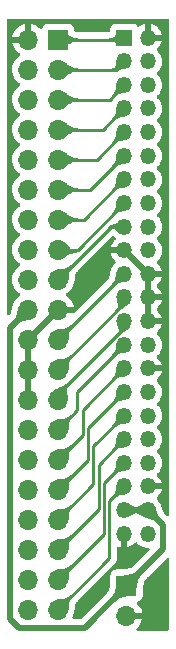
<source format=gbr>
%TF.GenerationSoftware,KiCad,Pcbnew,(6.0.4)*%
%TF.CreationDate,2022-04-17T12:33:45-05:00*%
%TF.ProjectId,40p-ide-to-44p-dom,3430702d-6964-4652-9d74-6f2d3434702d,rev?*%
%TF.SameCoordinates,Original*%
%TF.FileFunction,Copper,L1,Top*%
%TF.FilePolarity,Positive*%
%FSLAX46Y46*%
G04 Gerber Fmt 4.6, Leading zero omitted, Abs format (unit mm)*
G04 Created by KiCad (PCBNEW (6.0.4)) date 2022-04-17 12:33:45*
%MOMM*%
%LPD*%
G01*
G04 APERTURE LIST*
%TA.AperFunction,ComponentPad*%
%ADD10R,1.700000X1.700000*%
%TD*%
%TA.AperFunction,ComponentPad*%
%ADD11O,1.700000X1.700000*%
%TD*%
%TA.AperFunction,ComponentPad*%
%ADD12R,1.350000X1.350000*%
%TD*%
%TA.AperFunction,ComponentPad*%
%ADD13O,1.350000X1.350000*%
%TD*%
%TA.AperFunction,Conductor*%
%ADD14C,0.250000*%
%TD*%
%TA.AperFunction,Conductor*%
%ADD15C,0.500000*%
%TD*%
G04 APERTURE END LIST*
D10*
%TO.P,J2,1,Pin_1*%
%TO.N,Net-(J1-Pad1)*%
X156464000Y-63242000D03*
D11*
%TO.P,J2,2,Pin_2*%
%TO.N,GND*%
X153924000Y-63242000D03*
%TO.P,J2,3,Pin_3*%
%TO.N,Net-(J1-Pad3)*%
X156464000Y-65782000D03*
%TO.P,J2,4,Pin_4*%
%TO.N,Net-(J1-Pad4)*%
X153924000Y-65782000D03*
%TO.P,J2,5,Pin_5*%
%TO.N,Net-(J1-Pad5)*%
X156464000Y-68322000D03*
%TO.P,J2,6,Pin_6*%
%TO.N,Net-(J1-Pad6)*%
X153924000Y-68322000D03*
%TO.P,J2,7,Pin_7*%
%TO.N,Net-(J1-Pad7)*%
X156464000Y-70862000D03*
%TO.P,J2,8,Pin_8*%
%TO.N,Net-(J1-Pad8)*%
X153924000Y-70862000D03*
%TO.P,J2,9,Pin_9*%
%TO.N,Net-(J1-Pad9)*%
X156464000Y-73402000D03*
%TO.P,J2,10,Pin_10*%
%TO.N,Net-(J1-Pad10)*%
X153924000Y-73402000D03*
%TO.P,J2,11,Pin_11*%
%TO.N,Net-(J1-Pad11)*%
X156464000Y-75942000D03*
%TO.P,J2,12,Pin_12*%
%TO.N,Net-(J1-Pad12)*%
X153924000Y-75942000D03*
%TO.P,J2,13,Pin_13*%
%TO.N,Net-(J1-Pad13)*%
X156464000Y-78482000D03*
%TO.P,J2,14,Pin_14*%
%TO.N,Net-(J1-Pad14)*%
X153924000Y-78482000D03*
%TO.P,J2,15,Pin_15*%
%TO.N,Net-(J1-Pad15)*%
X156464000Y-81022000D03*
%TO.P,J2,16,Pin_16*%
%TO.N,Net-(J1-Pad16)*%
X153924000Y-81022000D03*
%TO.P,J2,17,Pin_17*%
%TO.N,Net-(J1-Pad17)*%
X156464000Y-83562000D03*
%TO.P,J2,18,Pin_18*%
%TO.N,Net-(J1-Pad18)*%
X153924000Y-83562000D03*
%TO.P,J2,19,Pin_19*%
%TO.N,GND*%
X156464000Y-86102000D03*
%TO.P,J2,20,Pin_20*%
%TO.N,+5V*%
X153924000Y-86102000D03*
%TO.P,J2,21,Pin_21*%
%TO.N,Net-(J1-Pad21)*%
X156464000Y-88642000D03*
%TO.P,J2,22,Pin_22*%
%TO.N,GND*%
X153924000Y-88642000D03*
%TO.P,J2,23,Pin_23*%
%TO.N,Net-(J1-Pad23)*%
X156464000Y-91182000D03*
%TO.P,J2,24,Pin_24*%
%TO.N,GND*%
X153924000Y-91182000D03*
%TO.P,J2,25,Pin_25*%
%TO.N,Net-(J1-Pad25)*%
X156464000Y-93722000D03*
%TO.P,J2,26,Pin_26*%
%TO.N,GND*%
X153924000Y-93722000D03*
%TO.P,J2,27,Pin_27*%
%TO.N,Net-(J1-Pad27)*%
X156464000Y-96262000D03*
%TO.P,J2,28,Pin_28*%
%TO.N,Net-(J1-Pad28)*%
X153924000Y-96262000D03*
%TO.P,J2,29,Pin_29*%
%TO.N,Net-(J1-Pad29)*%
X156464000Y-98802000D03*
%TO.P,J2,30,Pin_30*%
%TO.N,GND*%
X153924000Y-98802000D03*
%TO.P,J2,31,Pin_31*%
%TO.N,Net-(J1-Pad31)*%
X156464000Y-101342000D03*
%TO.P,J2,32,Pin_32*%
%TO.N,Net-(J1-Pad32)*%
X153924000Y-101342000D03*
%TO.P,J2,33,Pin_33*%
%TO.N,Net-(J1-Pad33)*%
X156464000Y-103882000D03*
%TO.P,J2,34,Pin_34*%
%TO.N,Net-(J1-Pad34)*%
X153924000Y-103882000D03*
%TO.P,J2,35,Pin_35*%
%TO.N,Net-(J1-Pad35)*%
X156464000Y-106422000D03*
%TO.P,J2,36,Pin_36*%
%TO.N,Net-(J1-Pad36)*%
X153924000Y-106422000D03*
%TO.P,J2,37,Pin_37*%
%TO.N,Net-(J1-Pad37)*%
X156464000Y-108962000D03*
%TO.P,J2,38,Pin_38*%
%TO.N,Net-(J1-Pad38)*%
X153924000Y-108962000D03*
%TO.P,J2,39,Pin_39*%
%TO.N,Net-(J1-Pad39)*%
X156464000Y-111502000D03*
%TO.P,J2,40,Pin_40*%
%TO.N,GND*%
X153924000Y-111502000D03*
%TD*%
D10*
%TO.P,J3,1,Pin_1*%
%TO.N,+5V*%
X162249000Y-109469000D03*
D11*
%TO.P,J3,2,Pin_2*%
%TO.N,GND*%
X162249000Y-112009000D03*
%TD*%
D12*
%TO.P,J1,1,Pin_1*%
%TO.N,Net-(J1-Pad1)*%
X162068000Y-63074000D03*
D13*
%TO.P,J1,2,Pin_2*%
%TO.N,GND*%
X164068000Y-63074000D03*
%TO.P,J1,3,Pin_3*%
%TO.N,Net-(J1-Pad3)*%
X162068000Y-65074000D03*
%TO.P,J1,4,Pin_4*%
%TO.N,Net-(J1-Pad4)*%
X164068000Y-65074000D03*
%TO.P,J1,5,Pin_5*%
%TO.N,Net-(J1-Pad5)*%
X162068000Y-67074000D03*
%TO.P,J1,6,Pin_6*%
%TO.N,Net-(J1-Pad6)*%
X164068000Y-67074000D03*
%TO.P,J1,7,Pin_7*%
%TO.N,Net-(J1-Pad7)*%
X162068000Y-69074000D03*
%TO.P,J1,8,Pin_8*%
%TO.N,Net-(J1-Pad8)*%
X164068000Y-69074000D03*
%TO.P,J1,9,Pin_9*%
%TO.N,Net-(J1-Pad9)*%
X162068000Y-71074000D03*
%TO.P,J1,10,Pin_10*%
%TO.N,Net-(J1-Pad10)*%
X164068000Y-71074000D03*
%TO.P,J1,11,Pin_11*%
%TO.N,Net-(J1-Pad11)*%
X162068000Y-73074000D03*
%TO.P,J1,12,Pin_12*%
%TO.N,Net-(J1-Pad12)*%
X164068000Y-73074000D03*
%TO.P,J1,13,Pin_13*%
%TO.N,Net-(J1-Pad13)*%
X162068000Y-75074000D03*
%TO.P,J1,14,Pin_14*%
%TO.N,Net-(J1-Pad14)*%
X164068000Y-75074000D03*
%TO.P,J1,15,Pin_15*%
%TO.N,Net-(J1-Pad15)*%
X162068000Y-77074000D03*
%TO.P,J1,16,Pin_16*%
%TO.N,Net-(J1-Pad16)*%
X164068000Y-77074000D03*
%TO.P,J1,17,Pin_17*%
%TO.N,Net-(J1-Pad17)*%
X162068000Y-79074000D03*
%TO.P,J1,18,Pin_18*%
%TO.N,Net-(J1-Pad18)*%
X164068000Y-79074000D03*
%TO.P,J1,19,Pin_19*%
%TO.N,GND*%
X162068000Y-81074000D03*
%TO.P,J1,20,Pin_20*%
%TO.N,unconnected-(J1-Pad20)*%
X164068000Y-81074000D03*
%TO.P,J1,21,Pin_21*%
%TO.N,Net-(J1-Pad21)*%
X162068000Y-83074000D03*
%TO.P,J1,22,Pin_22*%
%TO.N,GND*%
X164068000Y-83074000D03*
%TO.P,J1,23,Pin_23*%
%TO.N,Net-(J1-Pad23)*%
X162068000Y-85074000D03*
%TO.P,J1,24,Pin_24*%
%TO.N,GND*%
X164068000Y-85074000D03*
%TO.P,J1,25,Pin_25*%
%TO.N,Net-(J1-Pad25)*%
X162068000Y-87074000D03*
%TO.P,J1,26,Pin_26*%
%TO.N,GND*%
X164068000Y-87074000D03*
%TO.P,J1,27,Pin_27*%
%TO.N,Net-(J1-Pad27)*%
X162068000Y-89074000D03*
%TO.P,J1,28,Pin_28*%
%TO.N,Net-(J1-Pad28)*%
X164068000Y-89074000D03*
%TO.P,J1,29,Pin_29*%
%TO.N,Net-(J1-Pad29)*%
X162068000Y-91074000D03*
%TO.P,J1,30,Pin_30*%
%TO.N,GND*%
X164068000Y-91074000D03*
%TO.P,J1,31,Pin_31*%
%TO.N,Net-(J1-Pad31)*%
X162068000Y-93074000D03*
%TO.P,J1,32,Pin_32*%
%TO.N,Net-(J1-Pad32)*%
X164068000Y-93074000D03*
%TO.P,J1,33,Pin_33*%
%TO.N,Net-(J1-Pad33)*%
X162068000Y-95074000D03*
%TO.P,J1,34,Pin_34*%
%TO.N,Net-(J1-Pad34)*%
X164068000Y-95074000D03*
%TO.P,J1,35,Pin_35*%
%TO.N,Net-(J1-Pad35)*%
X162068000Y-97074000D03*
%TO.P,J1,36,Pin_36*%
%TO.N,Net-(J1-Pad36)*%
X164068000Y-97074000D03*
%TO.P,J1,37,Pin_37*%
%TO.N,Net-(J1-Pad37)*%
X162068000Y-99074000D03*
%TO.P,J1,38,Pin_38*%
%TO.N,Net-(J1-Pad38)*%
X164068000Y-99074000D03*
%TO.P,J1,39,Pin_39*%
%TO.N,Net-(J1-Pad39)*%
X162068000Y-101074000D03*
%TO.P,J1,40,Pin_40*%
%TO.N,GND*%
X164068000Y-101074000D03*
%TO.P,J1,41,Pin_41*%
%TO.N,+5V*%
X162068000Y-103074000D03*
%TO.P,J1,42,Pin_42*%
X164068000Y-103074000D03*
%TO.P,J1,43,Pin_43*%
%TO.N,GND*%
X162068000Y-105074000D03*
%TO.P,J1,44,Pin_44*%
%TO.N,unconnected-(J1-Pad44)*%
X164068000Y-105074000D03*
%TD*%
D14*
%TO.N,Net-(J1-Pad1)*%
X161900000Y-63242000D02*
X162068000Y-63074000D01*
X156464000Y-63242000D02*
X161900000Y-63242000D01*
D15*
%TO.N,GND*%
X156464000Y-86102000D02*
X153924000Y-88642000D01*
X162068000Y-81074000D02*
X164068000Y-83074000D01*
D14*
%TO.N,Net-(J1-Pad3)*%
X156464000Y-65782000D02*
X161360000Y-65782000D01*
X161360000Y-65782000D02*
X162068000Y-65074000D01*
%TO.N,Net-(J1-Pad5)*%
X156464000Y-68322000D02*
X160820000Y-68322000D01*
X160820000Y-68322000D02*
X162068000Y-67074000D01*
%TO.N,Net-(J1-Pad7)*%
X160280000Y-70862000D02*
X162068000Y-69074000D01*
X156464000Y-70862000D02*
X160280000Y-70862000D01*
%TO.N,Net-(J1-Pad9)*%
X156464000Y-73402000D02*
X159740000Y-73402000D01*
X159740000Y-73402000D02*
X162068000Y-71074000D01*
%TO.N,Net-(J1-Pad11)*%
X159200000Y-75942000D02*
X162068000Y-73074000D01*
X156464000Y-75942000D02*
X159200000Y-75942000D01*
%TO.N,Net-(J1-Pad13)*%
X158660000Y-78482000D02*
X162068000Y-75074000D01*
X156464000Y-78482000D02*
X158660000Y-78482000D01*
%TO.N,Net-(J1-Pad15)*%
X156464000Y-81022000D02*
X158120000Y-81022000D01*
X158120000Y-81022000D02*
X162068000Y-77074000D01*
%TO.N,Net-(J1-Pad17)*%
X160952000Y-79074000D02*
X162068000Y-79074000D01*
X156464000Y-83562000D02*
X160952000Y-79074000D01*
%TO.N,Net-(J1-Pad21)*%
X162032000Y-83074000D02*
X162068000Y-83074000D01*
X156464000Y-88642000D02*
X162032000Y-83074000D01*
%TO.N,Net-(J1-Pad23)*%
X162068000Y-85578000D02*
X162068000Y-85074000D01*
X156464000Y-91182000D02*
X162068000Y-85578000D01*
%TO.N,Net-(J1-Pad25)*%
X156464000Y-93264477D02*
X162068000Y-87660477D01*
X162068000Y-87660477D02*
X162068000Y-87074000D01*
X156464000Y-93722000D02*
X156464000Y-93264477D01*
%TO.N,Net-(J1-Pad27)*%
X158088031Y-93053969D02*
X162068000Y-89074000D01*
X158088031Y-94637969D02*
X158088031Y-93053969D01*
X156464000Y-96262000D02*
X158088031Y-94637969D01*
%TO.N,Net-(J1-Pad29)*%
X158537551Y-96728449D02*
X158537551Y-94604449D01*
X156464000Y-98802000D02*
X158537551Y-96728449D01*
X158537551Y-94604449D02*
X162068000Y-91074000D01*
%TO.N,Net-(J1-Pad31)*%
X159004000Y-98802000D02*
X159004000Y-96138000D01*
X159004000Y-96138000D02*
X162068000Y-93074000D01*
X156464000Y-101342000D02*
X159004000Y-98802000D01*
%TO.N,Net-(J1-Pad33)*%
X159453520Y-97688480D02*
X162068000Y-95074000D01*
X159453520Y-100892480D02*
X159453520Y-97688480D01*
X156464000Y-103882000D02*
X159453520Y-100892480D01*
%TO.N,Net-(J1-Pad35)*%
X159903040Y-102982960D02*
X159903040Y-99238960D01*
X159903040Y-99238960D02*
X162068000Y-97074000D01*
X156464000Y-106422000D02*
X159903040Y-102982960D01*
%TO.N,Net-(J1-Pad37)*%
X156464000Y-108962000D02*
X160352560Y-105073440D01*
X160352560Y-100789440D02*
X162068000Y-99074000D01*
X160352560Y-105073440D02*
X160352560Y-100789440D01*
%TO.N,Net-(J1-Pad39)*%
X156464000Y-111502000D02*
X160802080Y-107163920D01*
X160802080Y-102339920D02*
X162068000Y-101074000D01*
X160802080Y-107163920D02*
X160802080Y-102339920D01*
D15*
%TO.N,+5V*%
X162068000Y-103074000D02*
X164068000Y-103074000D01*
X162249000Y-109531000D02*
X158750000Y-113030000D01*
X152400000Y-112268000D02*
X153162000Y-113030000D01*
X165354000Y-104360000D02*
X165354000Y-106364000D01*
X162249000Y-109469000D02*
X162249000Y-109531000D01*
X158750000Y-113030000D02*
X153162000Y-113030000D01*
X165354000Y-106364000D02*
X162249000Y-109469000D01*
X164068000Y-103074000D02*
X165354000Y-104360000D01*
X152400000Y-87626000D02*
X152400000Y-112268000D01*
X153924000Y-86102000D02*
X152400000Y-87626000D01*
%TD*%
%TA.AperFunction,Conductor*%
%TO.N,Net-(J1-Pad5)*%
G36*
X162302822Y-66838855D02*
G01*
X162306410Y-66847517D01*
X162291444Y-67613121D01*
X162289685Y-67703086D01*
X162286097Y-67711290D01*
X162281346Y-67714064D01*
X162154238Y-67752138D01*
X162153320Y-67752373D01*
X162107697Y-67762041D01*
X162032389Y-67778000D01*
X162031685Y-67778127D01*
X161964011Y-67788197D01*
X161921437Y-67794531D01*
X161921186Y-67794565D01*
X161818652Y-67807229D01*
X161755907Y-67816499D01*
X161721282Y-67821615D01*
X161721280Y-67821615D01*
X161721066Y-67821647D01*
X161720858Y-67821694D01*
X161720854Y-67821695D01*
X161686530Y-67829492D01*
X161625588Y-67843336D01*
X161567074Y-67864285D01*
X161529644Y-67877686D01*
X161529641Y-67877687D01*
X161529248Y-67877828D01*
X161528879Y-67878022D01*
X161528878Y-67878023D01*
X161429424Y-67930469D01*
X161429420Y-67930472D01*
X161429072Y-67930655D01*
X161322090Y-68007350D01*
X161277246Y-68048099D01*
X161213585Y-68105945D01*
X161205158Y-68108973D01*
X161197444Y-68105559D01*
X161036441Y-67944556D01*
X161033014Y-67936283D01*
X161036055Y-67928415D01*
X161134424Y-67820157D01*
X161134427Y-67820154D01*
X161134649Y-67819909D01*
X161152816Y-67794568D01*
X161211112Y-67713251D01*
X161211114Y-67713248D01*
X161211344Y-67712927D01*
X161212036Y-67711616D01*
X161263976Y-67613121D01*
X161263977Y-67613120D01*
X161264171Y-67612751D01*
X161298663Y-67516411D01*
X161320352Y-67420933D01*
X161334770Y-67323347D01*
X161347434Y-67220813D01*
X161347470Y-67220544D01*
X161363872Y-67110314D01*
X161363999Y-67109610D01*
X161389625Y-66988686D01*
X161389863Y-66987755D01*
X161427935Y-66860656D01*
X161433592Y-66853714D01*
X161438913Y-66852315D01*
X161925900Y-66842795D01*
X162294483Y-66835590D01*
X162302822Y-66838855D01*
G37*
%TD.AperFunction*%
%TD*%
%TA.AperFunction,Conductor*%
%TO.N,Net-(J1-Pad1)*%
G36*
X156842034Y-62481102D02*
G01*
X156992744Y-62563224D01*
X156993663Y-62563781D01*
X157124713Y-62651682D01*
X157125357Y-62652149D01*
X157205073Y-62714172D01*
X157237688Y-62739548D01*
X157237984Y-62739786D01*
X157339455Y-62824167D01*
X157437741Y-62902804D01*
X157540548Y-62972978D01*
X157655726Y-63032085D01*
X157726846Y-63055953D01*
X157790721Y-63077390D01*
X157790724Y-63077391D01*
X157791127Y-63077526D01*
X157900165Y-63096983D01*
X157954241Y-63106633D01*
X157954245Y-63106633D01*
X157954601Y-63106697D01*
X157954969Y-63106716D01*
X158142904Y-63116427D01*
X158150989Y-63120276D01*
X158154000Y-63128111D01*
X158154000Y-63355889D01*
X158150573Y-63364162D01*
X158142904Y-63367573D01*
X157963259Y-63376855D01*
X157954601Y-63377302D01*
X157954245Y-63377366D01*
X157954241Y-63377366D01*
X157900165Y-63387016D01*
X157791127Y-63406473D01*
X157790724Y-63406608D01*
X157790721Y-63406609D01*
X157726846Y-63428046D01*
X157655726Y-63451914D01*
X157540548Y-63511021D01*
X157437741Y-63581195D01*
X157339455Y-63659832D01*
X157339417Y-63659864D01*
X157237984Y-63744213D01*
X157237688Y-63744451D01*
X157125357Y-63831850D01*
X157124713Y-63832317D01*
X157023073Y-63900491D01*
X156993663Y-63920218D01*
X156992744Y-63920775D01*
X156845413Y-64001057D01*
X156842034Y-64002898D01*
X156833130Y-64003847D01*
X156828326Y-64001057D01*
X156561487Y-63744451D01*
X156047769Y-63250433D01*
X156044181Y-63242229D01*
X156047769Y-63233567D01*
X156157431Y-63128111D01*
X156828326Y-62482943D01*
X156836665Y-62479678D01*
X156842034Y-62481102D01*
G37*
%TD.AperFunction*%
%TD*%
%TA.AperFunction,Conductor*%
%TO.N,Net-(J1-Pad1)*%
G36*
X161640014Y-62562354D02*
G01*
X162384426Y-62984508D01*
X162389932Y-62991570D01*
X162388598Y-63000850D01*
X161937707Y-63728142D01*
X161930435Y-63733368D01*
X161924918Y-63733326D01*
X161786174Y-63698536D01*
X161785144Y-63698227D01*
X161662313Y-63655081D01*
X161661441Y-63654734D01*
X161599408Y-63627085D01*
X161555523Y-63607525D01*
X161554960Y-63607255D01*
X161459276Y-63558331D01*
X161459171Y-63558277D01*
X161367205Y-63510079D01*
X161367186Y-63510070D01*
X161367101Y-63510025D01*
X161272368Y-63465054D01*
X161272142Y-63464969D01*
X161272138Y-63464967D01*
X161168690Y-63425934D01*
X161168683Y-63425932D01*
X161168392Y-63425822D01*
X161048574Y-63394772D01*
X161048259Y-63394727D01*
X161048250Y-63394725D01*
X160906613Y-63374393D01*
X160906603Y-63374392D01*
X160906310Y-63374350D01*
X160891963Y-63373734D01*
X160746198Y-63367480D01*
X160738080Y-63363702D01*
X160735000Y-63355791D01*
X160735000Y-63128101D01*
X160738427Y-63119828D01*
X160746085Y-63116417D01*
X160793722Y-63113913D01*
X160878664Y-63109449D01*
X160878672Y-63109448D01*
X160879035Y-63109429D01*
X160879395Y-63109363D01*
X160879400Y-63109362D01*
X160996884Y-63087684D01*
X160996885Y-63087684D01*
X160997344Y-63087599D01*
X160997783Y-63087443D01*
X160997786Y-63087442D01*
X161035142Y-63074149D01*
X161095051Y-63052831D01*
X161095492Y-63052582D01*
X161095497Y-63052580D01*
X161176887Y-63006668D01*
X161176889Y-63006667D01*
X161177282Y-63006445D01*
X161249161Y-62949764D01*
X161315813Y-62884108D01*
X161382361Y-62810799D01*
X161453787Y-62731319D01*
X161454061Y-62731024D01*
X161535390Y-62646774D01*
X161535930Y-62646250D01*
X161626364Y-62563881D01*
X161634787Y-62560844D01*
X161640014Y-62562354D01*
G37*
%TD.AperFunction*%
%TD*%
%TA.AperFunction,Conductor*%
%TO.N,Net-(J1-Pad3)*%
G36*
X156842034Y-65021102D02*
G01*
X156992744Y-65103224D01*
X156993663Y-65103781D01*
X157124713Y-65191682D01*
X157125357Y-65192149D01*
X157205073Y-65254172D01*
X157237688Y-65279548D01*
X157237984Y-65279786D01*
X157339455Y-65364167D01*
X157437741Y-65442804D01*
X157540548Y-65512978D01*
X157655726Y-65572085D01*
X157726846Y-65595953D01*
X157790721Y-65617390D01*
X157790724Y-65617391D01*
X157791127Y-65617526D01*
X157900165Y-65636983D01*
X157954241Y-65646633D01*
X157954245Y-65646633D01*
X157954601Y-65646697D01*
X157954969Y-65646716D01*
X158142904Y-65656427D01*
X158150989Y-65660276D01*
X158154000Y-65668111D01*
X158154000Y-65895889D01*
X158150573Y-65904162D01*
X158142904Y-65907573D01*
X157963259Y-65916855D01*
X157954601Y-65917302D01*
X157954245Y-65917366D01*
X157954241Y-65917366D01*
X157900165Y-65927016D01*
X157791127Y-65946473D01*
X157790724Y-65946608D01*
X157790721Y-65946609D01*
X157726846Y-65968046D01*
X157655726Y-65991914D01*
X157540548Y-66051021D01*
X157437741Y-66121195D01*
X157339455Y-66199832D01*
X157339417Y-66199864D01*
X157237984Y-66284213D01*
X157237688Y-66284451D01*
X157125357Y-66371850D01*
X157124713Y-66372317D01*
X157023073Y-66440492D01*
X156993663Y-66460218D01*
X156992744Y-66460775D01*
X156845413Y-66541057D01*
X156842034Y-66542898D01*
X156833130Y-66543847D01*
X156828326Y-66541057D01*
X156561487Y-66284451D01*
X156047769Y-65790433D01*
X156044181Y-65782229D01*
X156047769Y-65773567D01*
X156157431Y-65668111D01*
X156828326Y-65022943D01*
X156836665Y-65019678D01*
X156842034Y-65021102D01*
G37*
%TD.AperFunction*%
%TD*%
%TA.AperFunction,Conductor*%
%TO.N,Net-(J1-Pad3)*%
G36*
X162299531Y-64838919D02*
G01*
X162303119Y-64847123D01*
X162302741Y-64850309D01*
X162070204Y-65740561D01*
X162064798Y-65747699D01*
X162059283Y-65749297D01*
X161980443Y-65751988D01*
X161938347Y-65753424D01*
X161898667Y-65757754D01*
X161828514Y-65765408D01*
X161828500Y-65765410D01*
X161828299Y-65765432D01*
X161828102Y-65765468D01*
X161828091Y-65765470D01*
X161774171Y-65775426D01*
X161732461Y-65783128D01*
X161732299Y-65783168D01*
X161732285Y-65783171D01*
X161660926Y-65800791D01*
X161645437Y-65804616D01*
X161561833Y-65828000D01*
X161561828Y-65827982D01*
X161561766Y-65828018D01*
X161500097Y-65844869D01*
X161476471Y-65851324D01*
X161476022Y-65851437D01*
X161383650Y-65872790D01*
X161382947Y-65872930D01*
X161277981Y-65890501D01*
X161277178Y-65890607D01*
X161154099Y-65902537D01*
X161153321Y-65902587D01*
X161018315Y-65906638D01*
X161009943Y-65903461D01*
X161006264Y-65894943D01*
X161006264Y-65667547D01*
X161009691Y-65659274D01*
X161016754Y-65655910D01*
X161124290Y-65644732D01*
X161124293Y-65644731D01*
X161125104Y-65644647D01*
X161125862Y-65644342D01*
X161211470Y-65609888D01*
X161211471Y-65609887D01*
X161212421Y-65609505D01*
X161213183Y-65608820D01*
X161272957Y-65555084D01*
X161272959Y-65555081D01*
X161273667Y-65554445D01*
X161287292Y-65530261D01*
X161313969Y-65482914D01*
X161313971Y-65482909D01*
X161314294Y-65482336D01*
X161339754Y-65396052D01*
X161355500Y-65298463D01*
X161366984Y-65192440D01*
X161379622Y-65081161D01*
X161379710Y-65080539D01*
X161398874Y-64967164D01*
X161399130Y-64966008D01*
X161428066Y-64860903D01*
X161433566Y-64853837D01*
X161439116Y-64852311D01*
X162291192Y-64835654D01*
X162299531Y-64838919D01*
G37*
%TD.AperFunction*%
%TD*%
%TA.AperFunction,Conductor*%
%TO.N,Net-(J1-Pad5)*%
G36*
X156842034Y-67561102D02*
G01*
X156992744Y-67643224D01*
X156993663Y-67643781D01*
X157124713Y-67731682D01*
X157125357Y-67732149D01*
X157205073Y-67794172D01*
X157237688Y-67819548D01*
X157237984Y-67819786D01*
X157339455Y-67904167D01*
X157437741Y-67982804D01*
X157540548Y-68052978D01*
X157655726Y-68112085D01*
X157726846Y-68135953D01*
X157790721Y-68157390D01*
X157790724Y-68157391D01*
X157791127Y-68157526D01*
X157900165Y-68176983D01*
X157954241Y-68186633D01*
X157954245Y-68186633D01*
X157954601Y-68186697D01*
X157954969Y-68186716D01*
X158142904Y-68196427D01*
X158150989Y-68200276D01*
X158154000Y-68208111D01*
X158154000Y-68435889D01*
X158150573Y-68444162D01*
X158142904Y-68447573D01*
X157963259Y-68456855D01*
X157954601Y-68457302D01*
X157954245Y-68457366D01*
X157954241Y-68457366D01*
X157900165Y-68467016D01*
X157791127Y-68486473D01*
X157790724Y-68486608D01*
X157790721Y-68486609D01*
X157726846Y-68508046D01*
X157655726Y-68531914D01*
X157540548Y-68591021D01*
X157437741Y-68661195D01*
X157339455Y-68739832D01*
X157339417Y-68739864D01*
X157237984Y-68824213D01*
X157237688Y-68824451D01*
X157125357Y-68911850D01*
X157124713Y-68912317D01*
X157023073Y-68980492D01*
X156993663Y-69000218D01*
X156992744Y-69000775D01*
X156845413Y-69081057D01*
X156842034Y-69082898D01*
X156833130Y-69083847D01*
X156828326Y-69081057D01*
X156561487Y-68824451D01*
X156047769Y-68330433D01*
X156044181Y-68322229D01*
X156047769Y-68313567D01*
X156157431Y-68208111D01*
X156828326Y-67562943D01*
X156836665Y-67559678D01*
X156842034Y-67561102D01*
G37*
%TD.AperFunction*%
%TD*%
%TA.AperFunction,Conductor*%
%TO.N,Net-(J1-Pad9)*%
G36*
X162302822Y-70838855D02*
G01*
X162306410Y-70847517D01*
X162291444Y-71613121D01*
X162289685Y-71703086D01*
X162286097Y-71711290D01*
X162281346Y-71714064D01*
X162154238Y-71752138D01*
X162153320Y-71752373D01*
X162107697Y-71762041D01*
X162032389Y-71778000D01*
X162031685Y-71778127D01*
X161964011Y-71788197D01*
X161921437Y-71794531D01*
X161921186Y-71794565D01*
X161818652Y-71807229D01*
X161755907Y-71816499D01*
X161721282Y-71821615D01*
X161721280Y-71821615D01*
X161721066Y-71821647D01*
X161720858Y-71821694D01*
X161720854Y-71821695D01*
X161686530Y-71829492D01*
X161625588Y-71843336D01*
X161567074Y-71864285D01*
X161529644Y-71877686D01*
X161529641Y-71877687D01*
X161529248Y-71877828D01*
X161528879Y-71878022D01*
X161528878Y-71878023D01*
X161429424Y-71930469D01*
X161429420Y-71930472D01*
X161429072Y-71930655D01*
X161322090Y-72007350D01*
X161277246Y-72048099D01*
X161213585Y-72105945D01*
X161205158Y-72108973D01*
X161197444Y-72105559D01*
X161036441Y-71944556D01*
X161033014Y-71936283D01*
X161036055Y-71928415D01*
X161134424Y-71820157D01*
X161134427Y-71820154D01*
X161134649Y-71819909D01*
X161152816Y-71794568D01*
X161211112Y-71713251D01*
X161211114Y-71713248D01*
X161211344Y-71712927D01*
X161212036Y-71711616D01*
X161263976Y-71613121D01*
X161263977Y-71613120D01*
X161264171Y-71612751D01*
X161298663Y-71516411D01*
X161320352Y-71420933D01*
X161334770Y-71323347D01*
X161347434Y-71220813D01*
X161347470Y-71220544D01*
X161363872Y-71110314D01*
X161363999Y-71109610D01*
X161389625Y-70988686D01*
X161389863Y-70987755D01*
X161427935Y-70860656D01*
X161433592Y-70853714D01*
X161438913Y-70852315D01*
X161925900Y-70842795D01*
X162294483Y-70835590D01*
X162302822Y-70838855D01*
G37*
%TD.AperFunction*%
%TD*%
%TA.AperFunction,Conductor*%
%TO.N,Net-(J1-Pad7)*%
G36*
X162302822Y-68838855D02*
G01*
X162306410Y-68847517D01*
X162291444Y-69613121D01*
X162289685Y-69703086D01*
X162286097Y-69711290D01*
X162281346Y-69714064D01*
X162154238Y-69752138D01*
X162153320Y-69752373D01*
X162107697Y-69762041D01*
X162032389Y-69778000D01*
X162031685Y-69778127D01*
X161964011Y-69788197D01*
X161921437Y-69794531D01*
X161921186Y-69794565D01*
X161818652Y-69807229D01*
X161755907Y-69816499D01*
X161721282Y-69821615D01*
X161721280Y-69821615D01*
X161721066Y-69821647D01*
X161720858Y-69821694D01*
X161720854Y-69821695D01*
X161686530Y-69829492D01*
X161625588Y-69843336D01*
X161567074Y-69864285D01*
X161529644Y-69877686D01*
X161529641Y-69877687D01*
X161529248Y-69877828D01*
X161528879Y-69878022D01*
X161528878Y-69878023D01*
X161429424Y-69930469D01*
X161429420Y-69930472D01*
X161429072Y-69930655D01*
X161322090Y-70007350D01*
X161277246Y-70048099D01*
X161213585Y-70105945D01*
X161205158Y-70108973D01*
X161197444Y-70105559D01*
X161036441Y-69944556D01*
X161033014Y-69936283D01*
X161036055Y-69928415D01*
X161134424Y-69820157D01*
X161134427Y-69820154D01*
X161134649Y-69819909D01*
X161152816Y-69794568D01*
X161211112Y-69713251D01*
X161211114Y-69713248D01*
X161211344Y-69712927D01*
X161212036Y-69711616D01*
X161263976Y-69613121D01*
X161263977Y-69613120D01*
X161264171Y-69612751D01*
X161298663Y-69516411D01*
X161320352Y-69420933D01*
X161334770Y-69323347D01*
X161347434Y-69220813D01*
X161347470Y-69220544D01*
X161363872Y-69110314D01*
X161363999Y-69109610D01*
X161389625Y-68988686D01*
X161389863Y-68987755D01*
X161427935Y-68860656D01*
X161433592Y-68853714D01*
X161438913Y-68852315D01*
X161925900Y-68842795D01*
X162294483Y-68835590D01*
X162302822Y-68838855D01*
G37*
%TD.AperFunction*%
%TD*%
%TA.AperFunction,Conductor*%
%TO.N,Net-(J1-Pad7)*%
G36*
X156842034Y-70101102D02*
G01*
X156992744Y-70183224D01*
X156993663Y-70183781D01*
X157124713Y-70271682D01*
X157125357Y-70272149D01*
X157205073Y-70334172D01*
X157237688Y-70359548D01*
X157237984Y-70359786D01*
X157339455Y-70444167D01*
X157437741Y-70522804D01*
X157540548Y-70592978D01*
X157655726Y-70652085D01*
X157726846Y-70675953D01*
X157790721Y-70697390D01*
X157790724Y-70697391D01*
X157791127Y-70697526D01*
X157900165Y-70716983D01*
X157954241Y-70726633D01*
X157954245Y-70726633D01*
X157954601Y-70726697D01*
X157954969Y-70726716D01*
X158142904Y-70736427D01*
X158150989Y-70740276D01*
X158154000Y-70748111D01*
X158154000Y-70975889D01*
X158150573Y-70984162D01*
X158142904Y-70987573D01*
X157963259Y-70996855D01*
X157954601Y-70997302D01*
X157954245Y-70997366D01*
X157954241Y-70997366D01*
X157900165Y-71007016D01*
X157791127Y-71026473D01*
X157790724Y-71026608D01*
X157790721Y-71026609D01*
X157726846Y-71048046D01*
X157655726Y-71071914D01*
X157540548Y-71131021D01*
X157437741Y-71201195D01*
X157339455Y-71279832D01*
X157339417Y-71279864D01*
X157237984Y-71364213D01*
X157237688Y-71364451D01*
X157125357Y-71451850D01*
X157124713Y-71452317D01*
X157023073Y-71520491D01*
X156993663Y-71540218D01*
X156992744Y-71540775D01*
X156845413Y-71621057D01*
X156842034Y-71622898D01*
X156833130Y-71623847D01*
X156828326Y-71621057D01*
X156561487Y-71364451D01*
X156047769Y-70870433D01*
X156044181Y-70862229D01*
X156047769Y-70853567D01*
X156157431Y-70748111D01*
X156828326Y-70102943D01*
X156836665Y-70099678D01*
X156842034Y-70101102D01*
G37*
%TD.AperFunction*%
%TD*%
%TA.AperFunction,Conductor*%
%TO.N,Net-(J1-Pad9)*%
G36*
X156842034Y-72641102D02*
G01*
X156992744Y-72723224D01*
X156993663Y-72723781D01*
X157124713Y-72811682D01*
X157125357Y-72812149D01*
X157205073Y-72874172D01*
X157237688Y-72899548D01*
X157237984Y-72899786D01*
X157339455Y-72984167D01*
X157437741Y-73062804D01*
X157540548Y-73132978D01*
X157655726Y-73192085D01*
X157726846Y-73215953D01*
X157790721Y-73237390D01*
X157790724Y-73237391D01*
X157791127Y-73237526D01*
X157900165Y-73256983D01*
X157954241Y-73266633D01*
X157954245Y-73266633D01*
X157954601Y-73266697D01*
X157954969Y-73266716D01*
X158142904Y-73276427D01*
X158150989Y-73280276D01*
X158154000Y-73288111D01*
X158154000Y-73515889D01*
X158150573Y-73524162D01*
X158142904Y-73527573D01*
X157963259Y-73536855D01*
X157954601Y-73537302D01*
X157954245Y-73537366D01*
X157954241Y-73537366D01*
X157900165Y-73547016D01*
X157791127Y-73566473D01*
X157790724Y-73566608D01*
X157790721Y-73566609D01*
X157726846Y-73588046D01*
X157655726Y-73611914D01*
X157540548Y-73671021D01*
X157437741Y-73741195D01*
X157339455Y-73819832D01*
X157339417Y-73819864D01*
X157237984Y-73904213D01*
X157237688Y-73904451D01*
X157125357Y-73991850D01*
X157124713Y-73992317D01*
X157023073Y-74060492D01*
X156993663Y-74080218D01*
X156992744Y-74080775D01*
X156845413Y-74161057D01*
X156842034Y-74162898D01*
X156833130Y-74163847D01*
X156828326Y-74161057D01*
X156561487Y-73904451D01*
X156047769Y-73410433D01*
X156044181Y-73402229D01*
X156047769Y-73393567D01*
X156157431Y-73288111D01*
X156828326Y-72642943D01*
X156836665Y-72639678D01*
X156842034Y-72641102D01*
G37*
%TD.AperFunction*%
%TD*%
%TA.AperFunction,Conductor*%
%TO.N,+5V*%
G36*
X154220694Y-85804983D02*
G01*
X154224282Y-85813645D01*
X154223941Y-85831085D01*
X154204065Y-86847880D01*
X154203114Y-86896507D01*
X154199526Y-86904711D01*
X154194915Y-86907442D01*
X154040925Y-86955709D01*
X154040305Y-86955885D01*
X153982216Y-86970631D01*
X153895804Y-86992568D01*
X153895434Y-86992655D01*
X153818752Y-87009288D01*
X153764211Y-87021118D01*
X153764175Y-87021126D01*
X153642504Y-87047118D01*
X153526820Y-87076370D01*
X153526608Y-87076442D01*
X153526603Y-87076443D01*
X153421308Y-87111972D01*
X153413339Y-87114661D01*
X153413059Y-87114790D01*
X153413052Y-87114793D01*
X153383999Y-87128203D01*
X153298277Y-87167769D01*
X153297980Y-87167951D01*
X153178119Y-87241309D01*
X153178114Y-87241312D01*
X153177850Y-87241474D01*
X153177612Y-87241658D01*
X153177603Y-87241664D01*
X153051132Y-87339345D01*
X153048274Y-87341553D01*
X153048091Y-87341722D01*
X153048086Y-87341727D01*
X152914028Y-87466120D01*
X152905633Y-87469235D01*
X152897797Y-87465816D01*
X152560184Y-87128203D01*
X152556757Y-87119930D01*
X152559880Y-87111972D01*
X152684272Y-86977913D01*
X152684277Y-86977908D01*
X152684446Y-86977725D01*
X152738730Y-86907442D01*
X152784335Y-86848396D01*
X152784341Y-86848387D01*
X152784525Y-86848149D01*
X152858230Y-86727722D01*
X152911338Y-86612660D01*
X152949629Y-86499179D01*
X152978881Y-86383495D01*
X153004873Y-86261824D01*
X153033344Y-86130565D01*
X153033435Y-86130180D01*
X153070114Y-85985694D01*
X153070290Y-85985074D01*
X153118558Y-85831085D01*
X153124302Y-85824215D01*
X153129491Y-85822886D01*
X153896034Y-85807902D01*
X154212355Y-85801718D01*
X154220694Y-85804983D01*
G37*
%TD.AperFunction*%
%TD*%
%TA.AperFunction,Conductor*%
%TO.N,Net-(J1-Pad11)*%
G36*
X162302822Y-72838855D02*
G01*
X162306410Y-72847517D01*
X162291444Y-73613121D01*
X162289685Y-73703086D01*
X162286097Y-73711290D01*
X162281346Y-73714064D01*
X162154238Y-73752138D01*
X162153320Y-73752373D01*
X162107697Y-73762041D01*
X162032389Y-73778000D01*
X162031685Y-73778127D01*
X161964011Y-73788197D01*
X161921437Y-73794531D01*
X161921186Y-73794565D01*
X161818652Y-73807229D01*
X161755907Y-73816499D01*
X161721282Y-73821615D01*
X161721280Y-73821615D01*
X161721066Y-73821647D01*
X161720858Y-73821694D01*
X161720854Y-73821695D01*
X161686530Y-73829492D01*
X161625588Y-73843336D01*
X161567074Y-73864285D01*
X161529644Y-73877686D01*
X161529641Y-73877687D01*
X161529248Y-73877828D01*
X161528879Y-73878022D01*
X161528878Y-73878023D01*
X161429424Y-73930469D01*
X161429420Y-73930472D01*
X161429072Y-73930655D01*
X161322090Y-74007350D01*
X161277246Y-74048099D01*
X161213585Y-74105945D01*
X161205158Y-74108973D01*
X161197444Y-74105559D01*
X161036441Y-73944556D01*
X161033014Y-73936283D01*
X161036055Y-73928415D01*
X161134424Y-73820157D01*
X161134427Y-73820154D01*
X161134649Y-73819909D01*
X161152816Y-73794568D01*
X161211112Y-73713251D01*
X161211114Y-73713248D01*
X161211344Y-73712927D01*
X161212036Y-73711616D01*
X161263976Y-73613121D01*
X161263977Y-73613120D01*
X161264171Y-73612751D01*
X161298663Y-73516411D01*
X161320352Y-73420933D01*
X161334770Y-73323347D01*
X161347434Y-73220813D01*
X161347470Y-73220544D01*
X161363872Y-73110314D01*
X161363999Y-73109610D01*
X161389625Y-72988686D01*
X161389863Y-72987755D01*
X161427935Y-72860656D01*
X161433592Y-72853714D01*
X161438913Y-72852315D01*
X161925900Y-72842795D01*
X162294483Y-72835590D01*
X162302822Y-72838855D01*
G37*
%TD.AperFunction*%
%TD*%
%TA.AperFunction,Conductor*%
%TO.N,Net-(J1-Pad11)*%
G36*
X156842034Y-75181102D02*
G01*
X156992744Y-75263224D01*
X156993663Y-75263781D01*
X157124713Y-75351682D01*
X157125357Y-75352149D01*
X157205073Y-75414172D01*
X157237688Y-75439548D01*
X157237984Y-75439786D01*
X157339455Y-75524167D01*
X157437741Y-75602804D01*
X157540548Y-75672978D01*
X157655726Y-75732085D01*
X157726846Y-75755953D01*
X157790721Y-75777390D01*
X157790724Y-75777391D01*
X157791127Y-75777526D01*
X157900165Y-75796983D01*
X157954241Y-75806633D01*
X157954245Y-75806633D01*
X157954601Y-75806697D01*
X157954969Y-75806716D01*
X158142904Y-75816427D01*
X158150989Y-75820276D01*
X158154000Y-75828111D01*
X158154000Y-76055889D01*
X158150573Y-76064162D01*
X158142904Y-76067573D01*
X157963259Y-76076855D01*
X157954601Y-76077302D01*
X157954245Y-76077366D01*
X157954241Y-76077366D01*
X157900165Y-76087016D01*
X157791127Y-76106473D01*
X157790724Y-76106608D01*
X157790721Y-76106609D01*
X157726846Y-76128046D01*
X157655726Y-76151914D01*
X157540548Y-76211021D01*
X157437741Y-76281195D01*
X157339455Y-76359832D01*
X157339417Y-76359864D01*
X157237984Y-76444213D01*
X157237688Y-76444451D01*
X157125357Y-76531850D01*
X157124713Y-76532317D01*
X157023073Y-76600491D01*
X156993663Y-76620218D01*
X156992744Y-76620775D01*
X156845413Y-76701057D01*
X156842034Y-76702898D01*
X156833130Y-76703847D01*
X156828326Y-76701057D01*
X156561487Y-76444451D01*
X156047769Y-75950433D01*
X156044181Y-75942229D01*
X156047769Y-75933567D01*
X156157431Y-75828111D01*
X156828326Y-75182943D01*
X156836665Y-75179678D01*
X156842034Y-75181102D01*
G37*
%TD.AperFunction*%
%TD*%
%TA.AperFunction,Conductor*%
%TO.N,Net-(J1-Pad13)*%
G36*
X162302822Y-74838855D02*
G01*
X162306410Y-74847517D01*
X162291444Y-75613121D01*
X162289685Y-75703086D01*
X162286097Y-75711290D01*
X162281346Y-75714064D01*
X162154238Y-75752138D01*
X162153320Y-75752373D01*
X162107697Y-75762041D01*
X162032389Y-75778000D01*
X162031685Y-75778127D01*
X161964011Y-75788197D01*
X161921437Y-75794531D01*
X161921186Y-75794565D01*
X161818652Y-75807229D01*
X161755907Y-75816499D01*
X161721282Y-75821615D01*
X161721280Y-75821615D01*
X161721066Y-75821647D01*
X161720858Y-75821694D01*
X161720854Y-75821695D01*
X161686530Y-75829492D01*
X161625588Y-75843336D01*
X161567074Y-75864285D01*
X161529644Y-75877686D01*
X161529641Y-75877687D01*
X161529248Y-75877828D01*
X161528879Y-75878022D01*
X161528878Y-75878023D01*
X161429424Y-75930469D01*
X161429420Y-75930472D01*
X161429072Y-75930655D01*
X161322090Y-76007350D01*
X161277246Y-76048099D01*
X161213585Y-76105945D01*
X161205158Y-76108973D01*
X161197444Y-76105559D01*
X161036441Y-75944556D01*
X161033014Y-75936283D01*
X161036055Y-75928415D01*
X161134424Y-75820157D01*
X161134427Y-75820154D01*
X161134649Y-75819909D01*
X161152816Y-75794568D01*
X161211112Y-75713251D01*
X161211114Y-75713248D01*
X161211344Y-75712927D01*
X161212036Y-75711616D01*
X161263976Y-75613121D01*
X161263977Y-75613120D01*
X161264171Y-75612751D01*
X161298663Y-75516411D01*
X161320352Y-75420933D01*
X161334770Y-75323347D01*
X161347434Y-75220813D01*
X161347470Y-75220544D01*
X161363872Y-75110314D01*
X161363999Y-75109610D01*
X161389625Y-74988686D01*
X161389863Y-74987755D01*
X161427935Y-74860656D01*
X161433592Y-74853714D01*
X161438913Y-74852315D01*
X161925900Y-74842795D01*
X162294483Y-74835590D01*
X162302822Y-74838855D01*
G37*
%TD.AperFunction*%
%TD*%
%TA.AperFunction,Conductor*%
%TO.N,Net-(J1-Pad13)*%
G36*
X156842034Y-77721102D02*
G01*
X156992744Y-77803224D01*
X156993663Y-77803781D01*
X157124713Y-77891682D01*
X157125357Y-77892149D01*
X157205073Y-77954172D01*
X157237688Y-77979548D01*
X157237984Y-77979786D01*
X157339455Y-78064167D01*
X157437741Y-78142804D01*
X157540548Y-78212978D01*
X157655726Y-78272085D01*
X157726846Y-78295953D01*
X157790721Y-78317390D01*
X157790724Y-78317391D01*
X157791127Y-78317526D01*
X157900165Y-78336983D01*
X157954241Y-78346633D01*
X157954245Y-78346633D01*
X157954601Y-78346697D01*
X157954969Y-78346716D01*
X158142904Y-78356427D01*
X158150989Y-78360276D01*
X158154000Y-78368111D01*
X158154000Y-78595889D01*
X158150573Y-78604162D01*
X158142904Y-78607573D01*
X157963259Y-78616855D01*
X157954601Y-78617302D01*
X157954245Y-78617366D01*
X157954241Y-78617366D01*
X157900165Y-78627016D01*
X157791127Y-78646473D01*
X157790724Y-78646608D01*
X157790721Y-78646609D01*
X157726846Y-78668046D01*
X157655726Y-78691914D01*
X157540548Y-78751021D01*
X157437741Y-78821195D01*
X157339455Y-78899832D01*
X157339417Y-78899864D01*
X157237984Y-78984213D01*
X157237688Y-78984451D01*
X157125357Y-79071850D01*
X157124713Y-79072317D01*
X157023073Y-79140492D01*
X156993663Y-79160218D01*
X156992744Y-79160775D01*
X156845413Y-79241057D01*
X156842034Y-79242898D01*
X156833130Y-79243847D01*
X156828326Y-79241057D01*
X156561487Y-78984451D01*
X156047769Y-78490433D01*
X156044181Y-78482229D01*
X156047769Y-78473567D01*
X156157431Y-78368111D01*
X156828326Y-77722943D01*
X156836665Y-77719678D01*
X156842034Y-77721102D01*
G37*
%TD.AperFunction*%
%TD*%
%TA.AperFunction,Conductor*%
%TO.N,Net-(J1-Pad15)*%
G36*
X156842230Y-80261791D02*
G01*
X156988762Y-80352675D01*
X156990315Y-80353826D01*
X157126356Y-80473343D01*
X157127204Y-80474171D01*
X157230316Y-80585457D01*
X157249976Y-80606675D01*
X157250320Y-80607063D01*
X157363666Y-80740817D01*
X157471347Y-80863814D01*
X157577209Y-80964085D01*
X157577738Y-80964407D01*
X157652942Y-81010185D01*
X157685265Y-81029861D01*
X157686360Y-81030048D01*
X157798168Y-81049136D01*
X157798169Y-81049136D01*
X157799528Y-81049368D01*
X157924010Y-81010838D01*
X157924844Y-81010186D01*
X157924847Y-81010185D01*
X157987238Y-80961456D01*
X158054570Y-80908869D01*
X158063198Y-80906477D01*
X158070043Y-80909817D01*
X158230620Y-81070394D01*
X158234047Y-81078667D01*
X158230013Y-81087505D01*
X158107041Y-81194169D01*
X158105535Y-81195278D01*
X158043855Y-81233476D01*
X157981236Y-81272256D01*
X157979534Y-81273125D01*
X157861118Y-81321868D01*
X157859591Y-81322377D01*
X157745221Y-81351900D01*
X157744271Y-81352104D01*
X157717698Y-81356647D01*
X157632197Y-81371267D01*
X157632062Y-81371289D01*
X157562845Y-81382293D01*
X157521165Y-81388919D01*
X157521012Y-81388953D01*
X157520999Y-81388956D01*
X157454635Y-81403941D01*
X157410375Y-81413935D01*
X157410024Y-81414065D01*
X157410016Y-81414067D01*
X157303946Y-81453245D01*
X157298366Y-81455306D01*
X157183725Y-81522013D01*
X157071367Y-81617654D01*
X157062847Y-81620407D01*
X157057870Y-81618840D01*
X157055846Y-81617654D01*
X156551778Y-81322378D01*
X156052338Y-81029813D01*
X156046932Y-81022675D01*
X156048157Y-81013804D01*
X156050142Y-81011285D01*
X156050281Y-81011152D01*
X156451531Y-80625289D01*
X156827954Y-80263301D01*
X156836293Y-80260036D01*
X156842230Y-80261791D01*
G37*
%TD.AperFunction*%
%TD*%
%TA.AperFunction,Conductor*%
%TO.N,Net-(J1-Pad15)*%
G36*
X162302822Y-76838855D02*
G01*
X162306410Y-76847517D01*
X162291444Y-77613121D01*
X162289685Y-77703086D01*
X162286097Y-77711290D01*
X162281346Y-77714064D01*
X162154238Y-77752138D01*
X162153320Y-77752373D01*
X162107697Y-77762041D01*
X162032389Y-77778000D01*
X162031685Y-77778127D01*
X161964011Y-77788197D01*
X161921437Y-77794531D01*
X161921186Y-77794565D01*
X161818652Y-77807229D01*
X161755907Y-77816499D01*
X161721282Y-77821615D01*
X161721280Y-77821615D01*
X161721066Y-77821647D01*
X161720858Y-77821694D01*
X161720854Y-77821695D01*
X161686530Y-77829492D01*
X161625588Y-77843336D01*
X161567074Y-77864285D01*
X161529644Y-77877686D01*
X161529641Y-77877687D01*
X161529248Y-77877828D01*
X161528879Y-77878022D01*
X161528878Y-77878023D01*
X161429424Y-77930469D01*
X161429420Y-77930472D01*
X161429072Y-77930655D01*
X161322090Y-78007350D01*
X161277246Y-78048099D01*
X161213585Y-78105945D01*
X161205158Y-78108973D01*
X161197444Y-78105559D01*
X161036441Y-77944556D01*
X161033014Y-77936283D01*
X161036055Y-77928415D01*
X161134424Y-77820157D01*
X161134427Y-77820154D01*
X161134649Y-77819909D01*
X161152816Y-77794568D01*
X161211112Y-77713251D01*
X161211114Y-77713248D01*
X161211344Y-77712927D01*
X161212036Y-77711616D01*
X161263976Y-77613121D01*
X161263977Y-77613120D01*
X161264171Y-77612751D01*
X161298663Y-77516411D01*
X161320352Y-77420933D01*
X161334770Y-77323347D01*
X161347434Y-77220813D01*
X161347470Y-77220544D01*
X161363872Y-77110314D01*
X161363999Y-77109610D01*
X161389625Y-76988686D01*
X161389863Y-76987755D01*
X161427935Y-76860656D01*
X161433592Y-76853714D01*
X161438913Y-76852315D01*
X161925900Y-76842795D01*
X162294483Y-76835590D01*
X162302822Y-76838855D01*
G37*
%TD.AperFunction*%
%TD*%
%TA.AperFunction,Conductor*%
%TO.N,Net-(J1-Pad17)*%
G36*
X161598084Y-78601027D02*
G01*
X162392162Y-79066187D01*
X162397568Y-79073325D01*
X162396343Y-79082196D01*
X162394359Y-79084714D01*
X162161195Y-79308937D01*
X161780169Y-79675351D01*
X161771830Y-79678616D01*
X161766129Y-79677004D01*
X161665530Y-79617859D01*
X161664310Y-79617034D01*
X161566384Y-79541430D01*
X161565725Y-79540881D01*
X161475138Y-79459682D01*
X161474958Y-79459518D01*
X161389695Y-79379823D01*
X161389691Y-79379819D01*
X161389621Y-79379754D01*
X161326255Y-79324857D01*
X161307879Y-79308937D01*
X161307874Y-79308933D01*
X161307621Y-79308714D01*
X161226817Y-79253491D01*
X161224843Y-79252710D01*
X161145948Y-79221491D01*
X161145946Y-79221491D01*
X161145002Y-79221117D01*
X161143987Y-79221087D01*
X161143986Y-79221087D01*
X161109087Y-79220063D01*
X161059965Y-79218621D01*
X161058890Y-79219030D01*
X160970348Y-79252710D01*
X160970346Y-79252711D01*
X160969497Y-79253034D01*
X160879565Y-79324857D01*
X160870963Y-79327342D01*
X160863992Y-79323988D01*
X160703279Y-79163275D01*
X160699852Y-79155002D01*
X160703671Y-79146355D01*
X160801100Y-79057552D01*
X160802033Y-79056785D01*
X160899183Y-78985079D01*
X160900222Y-78984395D01*
X160990405Y-78931671D01*
X160991370Y-78931166D01*
X161076658Y-78891439D01*
X161077290Y-78891167D01*
X161090996Y-78885739D01*
X161159834Y-78858480D01*
X161241325Y-78827040D01*
X161323299Y-78791059D01*
X161407615Y-78744619D01*
X161496130Y-78681806D01*
X161584344Y-78602425D01*
X161592786Y-78599438D01*
X161598084Y-78601027D01*
G37*
%TD.AperFunction*%
%TD*%
%TA.AperFunction,Conductor*%
%TO.N,Net-(J1-Pad17)*%
G36*
X157578478Y-82286459D02*
G01*
X157739541Y-82447522D01*
X157742968Y-82455795D01*
X157739957Y-82463630D01*
X157643114Y-82571025D01*
X157613686Y-82603659D01*
X157518721Y-82739880D01*
X157518526Y-82740272D01*
X157518523Y-82740277D01*
X157508989Y-82759443D01*
X157455109Y-82867754D01*
X157415461Y-82990993D01*
X157392386Y-83113308D01*
X157392363Y-83113512D01*
X157392362Y-83113521D01*
X157378492Y-83238411D01*
X157378483Y-83238504D01*
X157366407Y-83369827D01*
X157366366Y-83370205D01*
X157348739Y-83511428D01*
X157348608Y-83512241D01*
X157318101Y-83667043D01*
X157317845Y-83668087D01*
X157269347Y-83832725D01*
X157263722Y-83839693D01*
X157258355Y-83841117D01*
X156497149Y-83855997D01*
X156175645Y-83862282D01*
X156167306Y-83859017D01*
X156163718Y-83850355D01*
X156173108Y-83370015D01*
X156184883Y-82767646D01*
X156188471Y-82759443D01*
X156193274Y-82756654D01*
X156281282Y-82730728D01*
X156357912Y-82708154D01*
X156358956Y-82707898D01*
X156513758Y-82677391D01*
X156514571Y-82677260D01*
X156655794Y-82659633D01*
X156656172Y-82659592D01*
X156710979Y-82654552D01*
X156787588Y-82647507D01*
X156788109Y-82647449D01*
X156912478Y-82633637D01*
X156912487Y-82633636D01*
X156912691Y-82633613D01*
X156912906Y-82633573D01*
X156912909Y-82633572D01*
X156945248Y-82627471D01*
X157035006Y-82610538D01*
X157035344Y-82610429D01*
X157035349Y-82610428D01*
X157089322Y-82593064D01*
X157158245Y-82570890D01*
X157222499Y-82538926D01*
X157285722Y-82507476D01*
X157285727Y-82507473D01*
X157286119Y-82507278D01*
X157422340Y-82412313D01*
X157422613Y-82412067D01*
X157562370Y-82286043D01*
X157570809Y-82283048D01*
X157578478Y-82286459D01*
G37*
%TD.AperFunction*%
%TD*%
%TA.AperFunction,Conductor*%
%TO.N,Net-(J1-Pad21)*%
G36*
X157578478Y-87366459D02*
G01*
X157739541Y-87527522D01*
X157742968Y-87535795D01*
X157739957Y-87543630D01*
X157643114Y-87651025D01*
X157613686Y-87683659D01*
X157518721Y-87819880D01*
X157518526Y-87820272D01*
X157518523Y-87820277D01*
X157508989Y-87839443D01*
X157455109Y-87947754D01*
X157415461Y-88070993D01*
X157392386Y-88193308D01*
X157392363Y-88193512D01*
X157392362Y-88193521D01*
X157378492Y-88318411D01*
X157378483Y-88318504D01*
X157366407Y-88449827D01*
X157366366Y-88450205D01*
X157348739Y-88591428D01*
X157348608Y-88592241D01*
X157318101Y-88747043D01*
X157317845Y-88748087D01*
X157269347Y-88912725D01*
X157263722Y-88919693D01*
X157258355Y-88921117D01*
X156497149Y-88935997D01*
X156175645Y-88942282D01*
X156167306Y-88939017D01*
X156163718Y-88930355D01*
X156173108Y-88450015D01*
X156184883Y-87847646D01*
X156188471Y-87839443D01*
X156193274Y-87836654D01*
X156281282Y-87810728D01*
X156357912Y-87788154D01*
X156358956Y-87787898D01*
X156513758Y-87757391D01*
X156514571Y-87757260D01*
X156655794Y-87739633D01*
X156656172Y-87739592D01*
X156710979Y-87734552D01*
X156787588Y-87727507D01*
X156788109Y-87727449D01*
X156912478Y-87713637D01*
X156912487Y-87713636D01*
X156912691Y-87713613D01*
X156912906Y-87713573D01*
X156912909Y-87713572D01*
X156945248Y-87707471D01*
X157035006Y-87690538D01*
X157035344Y-87690429D01*
X157035349Y-87690428D01*
X157089322Y-87673064D01*
X157158245Y-87650890D01*
X157222499Y-87618926D01*
X157285722Y-87587476D01*
X157285727Y-87587473D01*
X157286119Y-87587278D01*
X157422340Y-87492313D01*
X157422613Y-87492067D01*
X157562370Y-87366043D01*
X157570809Y-87363048D01*
X157578478Y-87366459D01*
G37*
%TD.AperFunction*%
%TD*%
%TA.AperFunction,Conductor*%
%TO.N,Net-(J1-Pad21)*%
G36*
X162303301Y-82844289D02*
G01*
X162311511Y-82847865D01*
X162314770Y-82856656D01*
X162265835Y-83710997D01*
X162261941Y-83719061D01*
X162257098Y-83721651D01*
X162220851Y-83731076D01*
X162129576Y-83754809D01*
X162128690Y-83755003D01*
X162007369Y-83776497D01*
X162006742Y-83776590D01*
X161950621Y-83783280D01*
X161896288Y-83789756D01*
X161896059Y-83789781D01*
X161846062Y-83794746D01*
X161793501Y-83799966D01*
X161770262Y-83802962D01*
X161696304Y-83812495D01*
X161696294Y-83812497D01*
X161696067Y-83812526D01*
X161600901Y-83832837D01*
X161600563Y-83832955D01*
X161600559Y-83832956D01*
X161547160Y-83851585D01*
X161505030Y-83866283D01*
X161405483Y-83918253D01*
X161299288Y-83994131D01*
X161237111Y-84050595D01*
X161191727Y-84091808D01*
X161183298Y-84094832D01*
X161175588Y-84091419D01*
X161014592Y-83930423D01*
X161011165Y-83922150D01*
X161014214Y-83914272D01*
X161114582Y-83804055D01*
X161114800Y-83803816D01*
X161114988Y-83803556D01*
X161114993Y-83803550D01*
X161193139Y-83695520D01*
X161193140Y-83695519D01*
X161193366Y-83695206D01*
X161248067Y-83593686D01*
X161284573Y-83496244D01*
X161308557Y-83399870D01*
X161325692Y-83301552D01*
X161341629Y-83198410D01*
X161341681Y-83198104D01*
X161362034Y-83087404D01*
X161362192Y-83086677D01*
X161392599Y-82965309D01*
X161392871Y-82964386D01*
X161436424Y-82836702D01*
X161442339Y-82829978D01*
X161447710Y-82828781D01*
X162303301Y-82844289D01*
G37*
%TD.AperFunction*%
%TD*%
%TA.AperFunction,Conductor*%
%TO.N,Net-(J1-Pad23)*%
G36*
X157578478Y-89906459D02*
G01*
X157739541Y-90067522D01*
X157742968Y-90075795D01*
X157739957Y-90083630D01*
X157643114Y-90191025D01*
X157613686Y-90223659D01*
X157518721Y-90359880D01*
X157518526Y-90360272D01*
X157518523Y-90360277D01*
X157508989Y-90379443D01*
X157455109Y-90487754D01*
X157415461Y-90610993D01*
X157392386Y-90733308D01*
X157392363Y-90733512D01*
X157392362Y-90733521D01*
X157378492Y-90858411D01*
X157378483Y-90858504D01*
X157366407Y-90989827D01*
X157366366Y-90990205D01*
X157348739Y-91131428D01*
X157348608Y-91132241D01*
X157318101Y-91287043D01*
X157317845Y-91288087D01*
X157269347Y-91452725D01*
X157263722Y-91459693D01*
X157258355Y-91461117D01*
X156497149Y-91475997D01*
X156175645Y-91482282D01*
X156167306Y-91479017D01*
X156163718Y-91470355D01*
X156173108Y-90990015D01*
X156184883Y-90387646D01*
X156188471Y-90379443D01*
X156193274Y-90376654D01*
X156281282Y-90350728D01*
X156357912Y-90328154D01*
X156358956Y-90327898D01*
X156513758Y-90297391D01*
X156514571Y-90297260D01*
X156655794Y-90279633D01*
X156656172Y-90279592D01*
X156710979Y-90274552D01*
X156787588Y-90267507D01*
X156788109Y-90267449D01*
X156912478Y-90253637D01*
X156912487Y-90253636D01*
X156912691Y-90253613D01*
X156912906Y-90253573D01*
X156912909Y-90253572D01*
X156945248Y-90247471D01*
X157035006Y-90230538D01*
X157035344Y-90230429D01*
X157035349Y-90230428D01*
X157089322Y-90213064D01*
X157158245Y-90190890D01*
X157222499Y-90158926D01*
X157285722Y-90127476D01*
X157285727Y-90127473D01*
X157286119Y-90127278D01*
X157422340Y-90032313D01*
X157422613Y-90032067D01*
X157562370Y-89906043D01*
X157570809Y-89903048D01*
X157578478Y-89906459D01*
G37*
%TD.AperFunction*%
%TD*%
%TA.AperFunction,Conductor*%
%TO.N,Net-(J1-Pad23)*%
G36*
X162150646Y-84756102D02*
G01*
X162151298Y-84757248D01*
X162541419Y-85543482D01*
X162542026Y-85552416D01*
X162538913Y-85557243D01*
X162433669Y-85655280D01*
X162432982Y-85655872D01*
X162331549Y-85736639D01*
X162330826Y-85737171D01*
X162236286Y-85801252D01*
X162235703Y-85801621D01*
X162166140Y-85842750D01*
X162145059Y-85855214D01*
X162144736Y-85855398D01*
X162055017Y-85904668D01*
X162055004Y-85904675D01*
X161963601Y-85955611D01*
X161963483Y-85955677D01*
X161867434Y-86014487D01*
X161764003Y-86087250D01*
X161763847Y-86087378D01*
X161763841Y-86087382D01*
X161720889Y-86122471D01*
X161650323Y-86180119D01*
X161650182Y-86180252D01*
X161650170Y-86180262D01*
X161531794Y-86291483D01*
X161523419Y-86294650D01*
X161515510Y-86291229D01*
X161354532Y-86130251D01*
X161351105Y-86121978D01*
X161354039Y-86114229D01*
X161428179Y-86030363D01*
X161428183Y-86030358D01*
X161428471Y-86030032D01*
X161484220Y-85943158D01*
X161499588Y-85904676D01*
X161517222Y-85860520D01*
X161517223Y-85860516D01*
X161517448Y-85859953D01*
X161531604Y-85778519D01*
X161530137Y-85696961D01*
X161530068Y-85696538D01*
X161516539Y-85613637D01*
X161516538Y-85613632D01*
X161516497Y-85613381D01*
X161494132Y-85525883D01*
X161466492Y-85432569D01*
X161437084Y-85331745D01*
X161436970Y-85331325D01*
X161411229Y-85229046D01*
X161412533Y-85220186D01*
X161416229Y-85216361D01*
X162129077Y-84756102D01*
X162134472Y-84752619D01*
X162143280Y-84751010D01*
X162150646Y-84756102D01*
G37*
%TD.AperFunction*%
%TD*%
%TA.AperFunction,Conductor*%
%TO.N,Net-(J1-Pad25)*%
G36*
X157316906Y-92250622D02*
G01*
X157477972Y-92411688D01*
X157481399Y-92419961D01*
X157478447Y-92427730D01*
X157371058Y-92548661D01*
X157292588Y-92668924D01*
X157244885Y-92783330D01*
X157244771Y-92783899D01*
X157227841Y-92868229D01*
X157222478Y-92894940D01*
X157219895Y-93006812D01*
X157231663Y-93122006D01*
X157231697Y-93122205D01*
X157252312Y-93243581D01*
X157276339Y-93374439D01*
X157276396Y-93374780D01*
X157298305Y-93517752D01*
X157298392Y-93518465D01*
X157312049Y-93668730D01*
X157309385Y-93677279D01*
X157305025Y-93680535D01*
X156310348Y-94108924D01*
X156301395Y-94109049D01*
X156294803Y-94102383D01*
X155905651Y-93091816D01*
X155905875Y-93082864D01*
X155909280Y-93078459D01*
X156057783Y-92960190D01*
X156058791Y-92959471D01*
X156201250Y-92868815D01*
X156202283Y-92868229D01*
X156335946Y-92801143D01*
X156336768Y-92800770D01*
X156465170Y-92748295D01*
X156465541Y-92748150D01*
X156592161Y-92701368D01*
X156719874Y-92651540D01*
X156719880Y-92651538D01*
X156720040Y-92651475D01*
X156852336Y-92589598D01*
X156852569Y-92589460D01*
X156852577Y-92589456D01*
X156992113Y-92506956D01*
X156992114Y-92506955D01*
X156992375Y-92506801D01*
X157143484Y-92394149D01*
X157300735Y-92250263D01*
X157309152Y-92247207D01*
X157316906Y-92250622D01*
G37*
%TD.AperFunction*%
%TD*%
%TA.AperFunction,Conductor*%
%TO.N,Net-(J1-Pad25)*%
G36*
X162115781Y-86749793D02*
G01*
X162116992Y-86751619D01*
X162541085Y-87543433D01*
X162541970Y-87552344D01*
X162538829Y-87557440D01*
X162438774Y-87652474D01*
X162438294Y-87652904D01*
X162345470Y-87731641D01*
X162342986Y-87733748D01*
X162342485Y-87734150D01*
X162254897Y-87800412D01*
X162254501Y-87800697D01*
X162194696Y-87841830D01*
X162171486Y-87857792D01*
X162171258Y-87857945D01*
X162089574Y-87911349D01*
X162006195Y-87966410D01*
X161918101Y-88028481D01*
X161822164Y-88102989D01*
X161822062Y-88103077D01*
X161822045Y-88103091D01*
X161725535Y-88186475D01*
X161715253Y-88195358D01*
X161715149Y-88195457D01*
X161715145Y-88195461D01*
X161602509Y-88303111D01*
X161594160Y-88306350D01*
X161586152Y-88302926D01*
X161425212Y-88141986D01*
X161421785Y-88133713D01*
X161424689Y-88125998D01*
X161493210Y-88047868D01*
X161493527Y-88047507D01*
X161505375Y-88028481D01*
X161544320Y-87965942D01*
X161544321Y-87965939D01*
X161544631Y-87965442D01*
X161573887Y-87886482D01*
X161584409Y-87809069D01*
X161579308Y-87731641D01*
X161561696Y-87652641D01*
X161534688Y-87570509D01*
X161534640Y-87570385D01*
X161534633Y-87570364D01*
X161501394Y-87483684D01*
X161501380Y-87483649D01*
X161501371Y-87483625D01*
X161464977Y-87390737D01*
X161464870Y-87390452D01*
X161431241Y-87297569D01*
X161431647Y-87288623D01*
X161434892Y-87284483D01*
X162099328Y-86748040D01*
X162107918Y-86745509D01*
X162115781Y-86749793D01*
G37*
%TD.AperFunction*%
%TD*%
%TA.AperFunction,Conductor*%
%TO.N,Net-(J1-Pad27)*%
G36*
X162302822Y-88838855D02*
G01*
X162306410Y-88847517D01*
X162291444Y-89613121D01*
X162289685Y-89703086D01*
X162286097Y-89711290D01*
X162281346Y-89714064D01*
X162154238Y-89752138D01*
X162153320Y-89752373D01*
X162107697Y-89762041D01*
X162032389Y-89778000D01*
X162031685Y-89778127D01*
X161964011Y-89788197D01*
X161921437Y-89794531D01*
X161921186Y-89794565D01*
X161818652Y-89807229D01*
X161755907Y-89816499D01*
X161721282Y-89821615D01*
X161721280Y-89821615D01*
X161721066Y-89821647D01*
X161720858Y-89821694D01*
X161720854Y-89821695D01*
X161686530Y-89829492D01*
X161625588Y-89843336D01*
X161567074Y-89864285D01*
X161529644Y-89877686D01*
X161529641Y-89877687D01*
X161529248Y-89877828D01*
X161528879Y-89878022D01*
X161528878Y-89878023D01*
X161429424Y-89930469D01*
X161429420Y-89930472D01*
X161429072Y-89930655D01*
X161322090Y-90007350D01*
X161277246Y-90048099D01*
X161213585Y-90105945D01*
X161205158Y-90108973D01*
X161197444Y-90105559D01*
X161036441Y-89944556D01*
X161033014Y-89936283D01*
X161036055Y-89928415D01*
X161134424Y-89820157D01*
X161134427Y-89820154D01*
X161134649Y-89819909D01*
X161152816Y-89794568D01*
X161211112Y-89713251D01*
X161211114Y-89713248D01*
X161211344Y-89712927D01*
X161212036Y-89711616D01*
X161263976Y-89613121D01*
X161263977Y-89613120D01*
X161264171Y-89612751D01*
X161298663Y-89516411D01*
X161320352Y-89420933D01*
X161334770Y-89323347D01*
X161347434Y-89220813D01*
X161347470Y-89220544D01*
X161363872Y-89110314D01*
X161363999Y-89109610D01*
X161389625Y-88988686D01*
X161389863Y-88987755D01*
X161427935Y-88860656D01*
X161433592Y-88853714D01*
X161438913Y-88852315D01*
X161925900Y-88842795D01*
X162294483Y-88835590D01*
X162302822Y-88838855D01*
G37*
%TD.AperFunction*%
%TD*%
%TA.AperFunction,Conductor*%
%TO.N,Net-(J1-Pad27)*%
G36*
X157578478Y-94986459D02*
G01*
X157739541Y-95147522D01*
X157742968Y-95155795D01*
X157739957Y-95163630D01*
X157643114Y-95271025D01*
X157613686Y-95303659D01*
X157518721Y-95439880D01*
X157518526Y-95440272D01*
X157518523Y-95440277D01*
X157508989Y-95459443D01*
X157455109Y-95567754D01*
X157415461Y-95690993D01*
X157392386Y-95813308D01*
X157392363Y-95813512D01*
X157392362Y-95813521D01*
X157378492Y-95938411D01*
X157378483Y-95938504D01*
X157366407Y-96069827D01*
X157366366Y-96070205D01*
X157348739Y-96211428D01*
X157348608Y-96212241D01*
X157318101Y-96367043D01*
X157317845Y-96368087D01*
X157269347Y-96532725D01*
X157263722Y-96539693D01*
X157258355Y-96541117D01*
X156497149Y-96555997D01*
X156175645Y-96562282D01*
X156167306Y-96559017D01*
X156163718Y-96550355D01*
X156173108Y-96070015D01*
X156184883Y-95467646D01*
X156188471Y-95459443D01*
X156193274Y-95456654D01*
X156281282Y-95430728D01*
X156357912Y-95408154D01*
X156358956Y-95407898D01*
X156513758Y-95377391D01*
X156514571Y-95377260D01*
X156655794Y-95359633D01*
X156656172Y-95359592D01*
X156710979Y-95354552D01*
X156787588Y-95347507D01*
X156788109Y-95347449D01*
X156912478Y-95333637D01*
X156912487Y-95333636D01*
X156912691Y-95333613D01*
X156912906Y-95333573D01*
X156912909Y-95333572D01*
X156945248Y-95327471D01*
X157035006Y-95310538D01*
X157035344Y-95310429D01*
X157035349Y-95310428D01*
X157089322Y-95293064D01*
X157158245Y-95270890D01*
X157222499Y-95238926D01*
X157285722Y-95207476D01*
X157285727Y-95207473D01*
X157286119Y-95207278D01*
X157422340Y-95112313D01*
X157422613Y-95112067D01*
X157562370Y-94986043D01*
X157570809Y-94983048D01*
X157578478Y-94986459D01*
G37*
%TD.AperFunction*%
%TD*%
%TA.AperFunction,Conductor*%
%TO.N,Net-(J1-Pad29)*%
G36*
X157578478Y-97526459D02*
G01*
X157739541Y-97687522D01*
X157742968Y-97695795D01*
X157739957Y-97703630D01*
X157643114Y-97811025D01*
X157613686Y-97843659D01*
X157518721Y-97979880D01*
X157518526Y-97980272D01*
X157518523Y-97980277D01*
X157508989Y-97999443D01*
X157455109Y-98107754D01*
X157415461Y-98230993D01*
X157392386Y-98353308D01*
X157392363Y-98353512D01*
X157392362Y-98353521D01*
X157378492Y-98478411D01*
X157378483Y-98478504D01*
X157366407Y-98609827D01*
X157366366Y-98610205D01*
X157348739Y-98751428D01*
X157348608Y-98752241D01*
X157318101Y-98907043D01*
X157317845Y-98908087D01*
X157269347Y-99072725D01*
X157263722Y-99079693D01*
X157258355Y-99081117D01*
X156497149Y-99095997D01*
X156175645Y-99102282D01*
X156167306Y-99099017D01*
X156163718Y-99090355D01*
X156173108Y-98610015D01*
X156184883Y-98007646D01*
X156188471Y-97999443D01*
X156193274Y-97996654D01*
X156281282Y-97970728D01*
X156357912Y-97948154D01*
X156358956Y-97947898D01*
X156513758Y-97917391D01*
X156514571Y-97917260D01*
X156655794Y-97899633D01*
X156656172Y-97899592D01*
X156710979Y-97894552D01*
X156787588Y-97887507D01*
X156788109Y-97887449D01*
X156912478Y-97873637D01*
X156912487Y-97873636D01*
X156912691Y-97873613D01*
X156912906Y-97873573D01*
X156912909Y-97873572D01*
X156945248Y-97867471D01*
X157035006Y-97850538D01*
X157035344Y-97850429D01*
X157035349Y-97850428D01*
X157089322Y-97833064D01*
X157158245Y-97810890D01*
X157222499Y-97778926D01*
X157285722Y-97747476D01*
X157285727Y-97747473D01*
X157286119Y-97747278D01*
X157422340Y-97652313D01*
X157422613Y-97652067D01*
X157562370Y-97526043D01*
X157570809Y-97523048D01*
X157578478Y-97526459D01*
G37*
%TD.AperFunction*%
%TD*%
%TA.AperFunction,Conductor*%
%TO.N,Net-(J1-Pad29)*%
G36*
X162302822Y-90838855D02*
G01*
X162306410Y-90847517D01*
X162291444Y-91613121D01*
X162289685Y-91703086D01*
X162286097Y-91711290D01*
X162281346Y-91714064D01*
X162154238Y-91752138D01*
X162153320Y-91752373D01*
X162107697Y-91762041D01*
X162032389Y-91778000D01*
X162031685Y-91778127D01*
X161964011Y-91788197D01*
X161921437Y-91794531D01*
X161921186Y-91794565D01*
X161818652Y-91807229D01*
X161755907Y-91816499D01*
X161721282Y-91821615D01*
X161721280Y-91821615D01*
X161721066Y-91821647D01*
X161720858Y-91821694D01*
X161720854Y-91821695D01*
X161686530Y-91829492D01*
X161625588Y-91843336D01*
X161567074Y-91864285D01*
X161529644Y-91877686D01*
X161529641Y-91877687D01*
X161529248Y-91877828D01*
X161528879Y-91878022D01*
X161528878Y-91878023D01*
X161429424Y-91930469D01*
X161429420Y-91930472D01*
X161429072Y-91930655D01*
X161322090Y-92007350D01*
X161277246Y-92048099D01*
X161213585Y-92105945D01*
X161205158Y-92108973D01*
X161197444Y-92105559D01*
X161036441Y-91944556D01*
X161033014Y-91936283D01*
X161036055Y-91928415D01*
X161134424Y-91820157D01*
X161134427Y-91820154D01*
X161134649Y-91819909D01*
X161152816Y-91794568D01*
X161211112Y-91713251D01*
X161211114Y-91713248D01*
X161211344Y-91712927D01*
X161212036Y-91711616D01*
X161263976Y-91613121D01*
X161263977Y-91613120D01*
X161264171Y-91612751D01*
X161298663Y-91516411D01*
X161320352Y-91420933D01*
X161334770Y-91323347D01*
X161347434Y-91220813D01*
X161347470Y-91220544D01*
X161363872Y-91110314D01*
X161363999Y-91109610D01*
X161389625Y-90988686D01*
X161389863Y-90987755D01*
X161427935Y-90860656D01*
X161433592Y-90853714D01*
X161438913Y-90852315D01*
X161925900Y-90842795D01*
X162294483Y-90835590D01*
X162302822Y-90838855D01*
G37*
%TD.AperFunction*%
%TD*%
%TA.AperFunction,Conductor*%
%TO.N,Net-(J1-Pad31)*%
G36*
X162302822Y-92838855D02*
G01*
X162306410Y-92847517D01*
X162291444Y-93613121D01*
X162289685Y-93703086D01*
X162286097Y-93711290D01*
X162281346Y-93714064D01*
X162154238Y-93752138D01*
X162153320Y-93752373D01*
X162107697Y-93762041D01*
X162032389Y-93778000D01*
X162031685Y-93778127D01*
X161964011Y-93788197D01*
X161921437Y-93794531D01*
X161921186Y-93794565D01*
X161818652Y-93807229D01*
X161755907Y-93816499D01*
X161721282Y-93821615D01*
X161721280Y-93821615D01*
X161721066Y-93821647D01*
X161720858Y-93821694D01*
X161720854Y-93821695D01*
X161686530Y-93829492D01*
X161625588Y-93843336D01*
X161567074Y-93864285D01*
X161529644Y-93877686D01*
X161529641Y-93877687D01*
X161529248Y-93877828D01*
X161528879Y-93878022D01*
X161528878Y-93878023D01*
X161429424Y-93930469D01*
X161429420Y-93930472D01*
X161429072Y-93930655D01*
X161322090Y-94007350D01*
X161277246Y-94048099D01*
X161213585Y-94105945D01*
X161205158Y-94108973D01*
X161197444Y-94105559D01*
X161036441Y-93944556D01*
X161033014Y-93936283D01*
X161036055Y-93928415D01*
X161134424Y-93820157D01*
X161134427Y-93820154D01*
X161134649Y-93819909D01*
X161152816Y-93794568D01*
X161211112Y-93713251D01*
X161211114Y-93713248D01*
X161211344Y-93712927D01*
X161212036Y-93711616D01*
X161263976Y-93613121D01*
X161263977Y-93613120D01*
X161264171Y-93612751D01*
X161298663Y-93516411D01*
X161320352Y-93420933D01*
X161334770Y-93323347D01*
X161347434Y-93220813D01*
X161347470Y-93220544D01*
X161363872Y-93110314D01*
X161363999Y-93109610D01*
X161389625Y-92988686D01*
X161389863Y-92987755D01*
X161427935Y-92860656D01*
X161433592Y-92853714D01*
X161438913Y-92852315D01*
X161925900Y-92842795D01*
X162294483Y-92835590D01*
X162302822Y-92838855D01*
G37*
%TD.AperFunction*%
%TD*%
%TA.AperFunction,Conductor*%
%TO.N,Net-(J1-Pad31)*%
G36*
X157578478Y-100066459D02*
G01*
X157739541Y-100227522D01*
X157742968Y-100235795D01*
X157739957Y-100243630D01*
X157643114Y-100351025D01*
X157613686Y-100383659D01*
X157518721Y-100519880D01*
X157518526Y-100520272D01*
X157518523Y-100520277D01*
X157508989Y-100539443D01*
X157455109Y-100647754D01*
X157415461Y-100770993D01*
X157392386Y-100893308D01*
X157392363Y-100893512D01*
X157392362Y-100893521D01*
X157378492Y-101018411D01*
X157378483Y-101018504D01*
X157366407Y-101149827D01*
X157366366Y-101150205D01*
X157348739Y-101291428D01*
X157348608Y-101292241D01*
X157318101Y-101447043D01*
X157317845Y-101448087D01*
X157269347Y-101612725D01*
X157263722Y-101619693D01*
X157258355Y-101621117D01*
X156497149Y-101635997D01*
X156175645Y-101642282D01*
X156167306Y-101639017D01*
X156163718Y-101630355D01*
X156173108Y-101150015D01*
X156184883Y-100547646D01*
X156188471Y-100539443D01*
X156193274Y-100536654D01*
X156281282Y-100510728D01*
X156357912Y-100488154D01*
X156358956Y-100487898D01*
X156513758Y-100457391D01*
X156514571Y-100457260D01*
X156655794Y-100439633D01*
X156656172Y-100439592D01*
X156710979Y-100434552D01*
X156787588Y-100427507D01*
X156788109Y-100427449D01*
X156912478Y-100413637D01*
X156912487Y-100413636D01*
X156912691Y-100413613D01*
X156912906Y-100413573D01*
X156912909Y-100413572D01*
X156945248Y-100407471D01*
X157035006Y-100390538D01*
X157035344Y-100390429D01*
X157035349Y-100390428D01*
X157089322Y-100373064D01*
X157158245Y-100350890D01*
X157222499Y-100318926D01*
X157285722Y-100287476D01*
X157285727Y-100287473D01*
X157286119Y-100287278D01*
X157422340Y-100192313D01*
X157422613Y-100192067D01*
X157562370Y-100066043D01*
X157570809Y-100063048D01*
X157578478Y-100066459D01*
G37*
%TD.AperFunction*%
%TD*%
%TA.AperFunction,Conductor*%
%TO.N,Net-(J1-Pad33)*%
G36*
X162302822Y-94838855D02*
G01*
X162306410Y-94847517D01*
X162291444Y-95613121D01*
X162289685Y-95703086D01*
X162286097Y-95711290D01*
X162281346Y-95714064D01*
X162154238Y-95752138D01*
X162153320Y-95752373D01*
X162107697Y-95762041D01*
X162032389Y-95778000D01*
X162031685Y-95778127D01*
X161964011Y-95788197D01*
X161921437Y-95794531D01*
X161921186Y-95794565D01*
X161818652Y-95807229D01*
X161755907Y-95816499D01*
X161721282Y-95821615D01*
X161721280Y-95821615D01*
X161721066Y-95821647D01*
X161720858Y-95821694D01*
X161720854Y-95821695D01*
X161686530Y-95829492D01*
X161625588Y-95843336D01*
X161567074Y-95864285D01*
X161529644Y-95877686D01*
X161529641Y-95877687D01*
X161529248Y-95877828D01*
X161528879Y-95878022D01*
X161528878Y-95878023D01*
X161429424Y-95930469D01*
X161429420Y-95930472D01*
X161429072Y-95930655D01*
X161322090Y-96007350D01*
X161277246Y-96048099D01*
X161213585Y-96105945D01*
X161205158Y-96108973D01*
X161197444Y-96105559D01*
X161036441Y-95944556D01*
X161033014Y-95936283D01*
X161036055Y-95928415D01*
X161134424Y-95820157D01*
X161134427Y-95820154D01*
X161134649Y-95819909D01*
X161152816Y-95794568D01*
X161211112Y-95713251D01*
X161211114Y-95713248D01*
X161211344Y-95712927D01*
X161212036Y-95711616D01*
X161263976Y-95613121D01*
X161263977Y-95613120D01*
X161264171Y-95612751D01*
X161298663Y-95516411D01*
X161320352Y-95420933D01*
X161334770Y-95323347D01*
X161347434Y-95220813D01*
X161347470Y-95220544D01*
X161363872Y-95110314D01*
X161363999Y-95109610D01*
X161389625Y-94988686D01*
X161389863Y-94987755D01*
X161427935Y-94860656D01*
X161433592Y-94853714D01*
X161438913Y-94852315D01*
X161925900Y-94842795D01*
X162294483Y-94835590D01*
X162302822Y-94838855D01*
G37*
%TD.AperFunction*%
%TD*%
%TA.AperFunction,Conductor*%
%TO.N,Net-(J1-Pad33)*%
G36*
X157578478Y-102606459D02*
G01*
X157739541Y-102767522D01*
X157742968Y-102775795D01*
X157739957Y-102783630D01*
X157643114Y-102891025D01*
X157613686Y-102923659D01*
X157518721Y-103059880D01*
X157518526Y-103060272D01*
X157518523Y-103060277D01*
X157508989Y-103079443D01*
X157455109Y-103187754D01*
X157415461Y-103310993D01*
X157392386Y-103433308D01*
X157392363Y-103433512D01*
X157392362Y-103433521D01*
X157378492Y-103558411D01*
X157378483Y-103558504D01*
X157366407Y-103689827D01*
X157366366Y-103690205D01*
X157348739Y-103831428D01*
X157348608Y-103832241D01*
X157318101Y-103987043D01*
X157317845Y-103988087D01*
X157269347Y-104152725D01*
X157263722Y-104159693D01*
X157258355Y-104161117D01*
X156497149Y-104175997D01*
X156175645Y-104182282D01*
X156167306Y-104179017D01*
X156163718Y-104170355D01*
X156173108Y-103690015D01*
X156184883Y-103087646D01*
X156188471Y-103079443D01*
X156193274Y-103076654D01*
X156281282Y-103050728D01*
X156357912Y-103028154D01*
X156358956Y-103027898D01*
X156513758Y-102997391D01*
X156514571Y-102997260D01*
X156655794Y-102979633D01*
X156656172Y-102979592D01*
X156710979Y-102974552D01*
X156787588Y-102967507D01*
X156788109Y-102967449D01*
X156912478Y-102953637D01*
X156912487Y-102953636D01*
X156912691Y-102953613D01*
X156912906Y-102953573D01*
X156912909Y-102953572D01*
X156945248Y-102947471D01*
X157035006Y-102930538D01*
X157035344Y-102930429D01*
X157035349Y-102930428D01*
X157089322Y-102913064D01*
X157158245Y-102890890D01*
X157222499Y-102858926D01*
X157285722Y-102827476D01*
X157285727Y-102827473D01*
X157286119Y-102827278D01*
X157422340Y-102732313D01*
X157422613Y-102732067D01*
X157562370Y-102606043D01*
X157570809Y-102603048D01*
X157578478Y-102606459D01*
G37*
%TD.AperFunction*%
%TD*%
%TA.AperFunction,Conductor*%
%TO.N,Net-(J1-Pad35)*%
G36*
X162302822Y-96838855D02*
G01*
X162306410Y-96847517D01*
X162291444Y-97613121D01*
X162289685Y-97703086D01*
X162286097Y-97711290D01*
X162281346Y-97714064D01*
X162154238Y-97752138D01*
X162153320Y-97752373D01*
X162107697Y-97762041D01*
X162032389Y-97778000D01*
X162031685Y-97778127D01*
X161964011Y-97788197D01*
X161921437Y-97794531D01*
X161921186Y-97794565D01*
X161818652Y-97807229D01*
X161755907Y-97816499D01*
X161721282Y-97821615D01*
X161721280Y-97821615D01*
X161721066Y-97821647D01*
X161720858Y-97821694D01*
X161720854Y-97821695D01*
X161686530Y-97829492D01*
X161625588Y-97843336D01*
X161567074Y-97864285D01*
X161529644Y-97877686D01*
X161529641Y-97877687D01*
X161529248Y-97877828D01*
X161528879Y-97878022D01*
X161528878Y-97878023D01*
X161429424Y-97930469D01*
X161429420Y-97930472D01*
X161429072Y-97930655D01*
X161322090Y-98007350D01*
X161277246Y-98048099D01*
X161213585Y-98105945D01*
X161205158Y-98108973D01*
X161197444Y-98105559D01*
X161036441Y-97944556D01*
X161033014Y-97936283D01*
X161036055Y-97928415D01*
X161134424Y-97820157D01*
X161134427Y-97820154D01*
X161134649Y-97819909D01*
X161152816Y-97794568D01*
X161211112Y-97713251D01*
X161211114Y-97713248D01*
X161211344Y-97712927D01*
X161212036Y-97711616D01*
X161263976Y-97613121D01*
X161263977Y-97613120D01*
X161264171Y-97612751D01*
X161298663Y-97516411D01*
X161320352Y-97420933D01*
X161334770Y-97323347D01*
X161347434Y-97220813D01*
X161347470Y-97220544D01*
X161363872Y-97110314D01*
X161363999Y-97109610D01*
X161389625Y-96988686D01*
X161389863Y-96987755D01*
X161427935Y-96860656D01*
X161433592Y-96853714D01*
X161438913Y-96852315D01*
X161925900Y-96842795D01*
X162294483Y-96835590D01*
X162302822Y-96838855D01*
G37*
%TD.AperFunction*%
%TD*%
%TA.AperFunction,Conductor*%
%TO.N,Net-(J1-Pad35)*%
G36*
X157578478Y-105146459D02*
G01*
X157739541Y-105307522D01*
X157742968Y-105315795D01*
X157739957Y-105323630D01*
X157643114Y-105431025D01*
X157613686Y-105463659D01*
X157518721Y-105599880D01*
X157518526Y-105600272D01*
X157518523Y-105600277D01*
X157508989Y-105619443D01*
X157455109Y-105727754D01*
X157415461Y-105850993D01*
X157392386Y-105973308D01*
X157392363Y-105973512D01*
X157392362Y-105973521D01*
X157378492Y-106098411D01*
X157378483Y-106098504D01*
X157366407Y-106229827D01*
X157366366Y-106230205D01*
X157348739Y-106371428D01*
X157348608Y-106372241D01*
X157318101Y-106527043D01*
X157317845Y-106528087D01*
X157269347Y-106692725D01*
X157263722Y-106699693D01*
X157258355Y-106701117D01*
X156497149Y-106715997D01*
X156175645Y-106722282D01*
X156167306Y-106719017D01*
X156163718Y-106710355D01*
X156173108Y-106230015D01*
X156184883Y-105627646D01*
X156188471Y-105619443D01*
X156193274Y-105616654D01*
X156281282Y-105590728D01*
X156357912Y-105568154D01*
X156358956Y-105567898D01*
X156513758Y-105537391D01*
X156514571Y-105537260D01*
X156655794Y-105519633D01*
X156656172Y-105519592D01*
X156710979Y-105514552D01*
X156787588Y-105507507D01*
X156788109Y-105507449D01*
X156912478Y-105493637D01*
X156912487Y-105493636D01*
X156912691Y-105493613D01*
X156912906Y-105493573D01*
X156912909Y-105493572D01*
X156945248Y-105487471D01*
X157035006Y-105470538D01*
X157035344Y-105470429D01*
X157035349Y-105470428D01*
X157089322Y-105453064D01*
X157158245Y-105430890D01*
X157222499Y-105398926D01*
X157285722Y-105367476D01*
X157285727Y-105367473D01*
X157286119Y-105367278D01*
X157422340Y-105272313D01*
X157422613Y-105272067D01*
X157562370Y-105146043D01*
X157570809Y-105143048D01*
X157578478Y-105146459D01*
G37*
%TD.AperFunction*%
%TD*%
%TA.AperFunction,Conductor*%
%TO.N,Net-(J1-Pad37)*%
G36*
X157578478Y-107686459D02*
G01*
X157739541Y-107847522D01*
X157742968Y-107855795D01*
X157739957Y-107863630D01*
X157643114Y-107971025D01*
X157613686Y-108003659D01*
X157518721Y-108139880D01*
X157518526Y-108140272D01*
X157518523Y-108140277D01*
X157508989Y-108159443D01*
X157455109Y-108267754D01*
X157415461Y-108390993D01*
X157392386Y-108513308D01*
X157392363Y-108513512D01*
X157392362Y-108513521D01*
X157378492Y-108638411D01*
X157378483Y-108638504D01*
X157366407Y-108769827D01*
X157366366Y-108770205D01*
X157348739Y-108911428D01*
X157348608Y-108912241D01*
X157318101Y-109067043D01*
X157317845Y-109068087D01*
X157269347Y-109232725D01*
X157263722Y-109239693D01*
X157258355Y-109241117D01*
X156497149Y-109255997D01*
X156175645Y-109262282D01*
X156167306Y-109259017D01*
X156163718Y-109250355D01*
X156173108Y-108770015D01*
X156184883Y-108167646D01*
X156188471Y-108159443D01*
X156193274Y-108156654D01*
X156281282Y-108130728D01*
X156357912Y-108108154D01*
X156358956Y-108107898D01*
X156513758Y-108077391D01*
X156514571Y-108077260D01*
X156655794Y-108059633D01*
X156656172Y-108059592D01*
X156710979Y-108054552D01*
X156787588Y-108047507D01*
X156788109Y-108047449D01*
X156912478Y-108033637D01*
X156912487Y-108033636D01*
X156912691Y-108033613D01*
X156912906Y-108033573D01*
X156912909Y-108033572D01*
X156945248Y-108027471D01*
X157035006Y-108010538D01*
X157035344Y-108010429D01*
X157035349Y-108010428D01*
X157089322Y-107993064D01*
X157158245Y-107970890D01*
X157222499Y-107938926D01*
X157285722Y-107907476D01*
X157285727Y-107907473D01*
X157286119Y-107907278D01*
X157422340Y-107812313D01*
X157422613Y-107812067D01*
X157562370Y-107686043D01*
X157570809Y-107683048D01*
X157578478Y-107686459D01*
G37*
%TD.AperFunction*%
%TD*%
%TA.AperFunction,Conductor*%
%TO.N,Net-(J1-Pad37)*%
G36*
X162302822Y-98838855D02*
G01*
X162306410Y-98847517D01*
X162291444Y-99613121D01*
X162289685Y-99703086D01*
X162286097Y-99711290D01*
X162281346Y-99714064D01*
X162154238Y-99752138D01*
X162153320Y-99752373D01*
X162107697Y-99762041D01*
X162032389Y-99778000D01*
X162031685Y-99778127D01*
X161964011Y-99788197D01*
X161921437Y-99794531D01*
X161921186Y-99794565D01*
X161818652Y-99807229D01*
X161755907Y-99816499D01*
X161721282Y-99821615D01*
X161721280Y-99821615D01*
X161721066Y-99821647D01*
X161720858Y-99821694D01*
X161720854Y-99821695D01*
X161686530Y-99829492D01*
X161625588Y-99843336D01*
X161567074Y-99864285D01*
X161529644Y-99877686D01*
X161529641Y-99877687D01*
X161529248Y-99877828D01*
X161528879Y-99878022D01*
X161528878Y-99878023D01*
X161429424Y-99930469D01*
X161429420Y-99930472D01*
X161429072Y-99930655D01*
X161322090Y-100007350D01*
X161277246Y-100048099D01*
X161213585Y-100105945D01*
X161205158Y-100108973D01*
X161197444Y-100105559D01*
X161036441Y-99944556D01*
X161033014Y-99936283D01*
X161036055Y-99928415D01*
X161134424Y-99820157D01*
X161134427Y-99820154D01*
X161134649Y-99819909D01*
X161152816Y-99794568D01*
X161211112Y-99713251D01*
X161211114Y-99713248D01*
X161211344Y-99712927D01*
X161212036Y-99711616D01*
X161263976Y-99613121D01*
X161263977Y-99613120D01*
X161264171Y-99612751D01*
X161298663Y-99516411D01*
X161320352Y-99420933D01*
X161334770Y-99323347D01*
X161347434Y-99220813D01*
X161347470Y-99220544D01*
X161363872Y-99110314D01*
X161363999Y-99109610D01*
X161389625Y-98988686D01*
X161389863Y-98987755D01*
X161427935Y-98860656D01*
X161433592Y-98853714D01*
X161438913Y-98852315D01*
X161925900Y-98842795D01*
X162294483Y-98835590D01*
X162302822Y-98838855D01*
G37*
%TD.AperFunction*%
%TD*%
%TA.AperFunction,Conductor*%
%TO.N,Net-(J1-Pad39)*%
G36*
X157578478Y-110226459D02*
G01*
X157739541Y-110387522D01*
X157742968Y-110395795D01*
X157739957Y-110403630D01*
X157643114Y-110511025D01*
X157613686Y-110543659D01*
X157518721Y-110679880D01*
X157518526Y-110680272D01*
X157518523Y-110680277D01*
X157508989Y-110699443D01*
X157455109Y-110807754D01*
X157415461Y-110930993D01*
X157392386Y-111053308D01*
X157392363Y-111053512D01*
X157392362Y-111053521D01*
X157378492Y-111178411D01*
X157378483Y-111178504D01*
X157366407Y-111309827D01*
X157366366Y-111310205D01*
X157348739Y-111451428D01*
X157348608Y-111452241D01*
X157318101Y-111607043D01*
X157317845Y-111608087D01*
X157269347Y-111772725D01*
X157263722Y-111779693D01*
X157258355Y-111781117D01*
X156497149Y-111795997D01*
X156175645Y-111802282D01*
X156167306Y-111799017D01*
X156163718Y-111790355D01*
X156173108Y-111310015D01*
X156184883Y-110707646D01*
X156188471Y-110699443D01*
X156193274Y-110696654D01*
X156281282Y-110670728D01*
X156357912Y-110648154D01*
X156358956Y-110647898D01*
X156513758Y-110617391D01*
X156514571Y-110617260D01*
X156655794Y-110599633D01*
X156656172Y-110599592D01*
X156710979Y-110594552D01*
X156787588Y-110587507D01*
X156788109Y-110587449D01*
X156912478Y-110573637D01*
X156912487Y-110573636D01*
X156912691Y-110573613D01*
X156912906Y-110573573D01*
X156912909Y-110573572D01*
X156945248Y-110567471D01*
X157035006Y-110550538D01*
X157035344Y-110550429D01*
X157035349Y-110550428D01*
X157089322Y-110533064D01*
X157158245Y-110510890D01*
X157222499Y-110478926D01*
X157285722Y-110447476D01*
X157285727Y-110447473D01*
X157286119Y-110447278D01*
X157422340Y-110352313D01*
X157422613Y-110352067D01*
X157562370Y-110226043D01*
X157570809Y-110223048D01*
X157578478Y-110226459D01*
G37*
%TD.AperFunction*%
%TD*%
%TA.AperFunction,Conductor*%
%TO.N,Net-(J1-Pad39)*%
G36*
X162302822Y-100838855D02*
G01*
X162306410Y-100847517D01*
X162291444Y-101613121D01*
X162289685Y-101703086D01*
X162286097Y-101711290D01*
X162281346Y-101714064D01*
X162154238Y-101752138D01*
X162153320Y-101752373D01*
X162107697Y-101762041D01*
X162032389Y-101778000D01*
X162031685Y-101778127D01*
X161964011Y-101788197D01*
X161921437Y-101794531D01*
X161921186Y-101794565D01*
X161818652Y-101807229D01*
X161755907Y-101816499D01*
X161721282Y-101821615D01*
X161721280Y-101821615D01*
X161721066Y-101821647D01*
X161720858Y-101821694D01*
X161720854Y-101821695D01*
X161686530Y-101829492D01*
X161625588Y-101843336D01*
X161567074Y-101864285D01*
X161529644Y-101877686D01*
X161529641Y-101877687D01*
X161529248Y-101877828D01*
X161528879Y-101878022D01*
X161528878Y-101878023D01*
X161429424Y-101930469D01*
X161429420Y-101930472D01*
X161429072Y-101930655D01*
X161322090Y-102007350D01*
X161277246Y-102048099D01*
X161213585Y-102105945D01*
X161205158Y-102108973D01*
X161197444Y-102105559D01*
X161036441Y-101944556D01*
X161033014Y-101936283D01*
X161036055Y-101928415D01*
X161134424Y-101820157D01*
X161134427Y-101820154D01*
X161134649Y-101819909D01*
X161152816Y-101794568D01*
X161211112Y-101713251D01*
X161211114Y-101713248D01*
X161211344Y-101712927D01*
X161212036Y-101711616D01*
X161263976Y-101613121D01*
X161263977Y-101613120D01*
X161264171Y-101612751D01*
X161298663Y-101516411D01*
X161320352Y-101420933D01*
X161334770Y-101323347D01*
X161347434Y-101220813D01*
X161347470Y-101220544D01*
X161363872Y-101110314D01*
X161363999Y-101109610D01*
X161389625Y-100988686D01*
X161389863Y-100987755D01*
X161427935Y-100860656D01*
X161433592Y-100853714D01*
X161438913Y-100852315D01*
X161925900Y-100842795D01*
X162294483Y-100835590D01*
X162302822Y-100838855D01*
G37*
%TD.AperFunction*%
%TD*%
%TA.AperFunction,Conductor*%
%TO.N,+5V*%
G36*
X162369645Y-102470286D02*
G01*
X162373544Y-102472275D01*
X162478570Y-102525861D01*
X162478920Y-102526047D01*
X162579562Y-102581817D01*
X162669585Y-102633455D01*
X162753768Y-102680244D01*
X162837053Y-102721555D01*
X162837264Y-102721640D01*
X162924127Y-102756659D01*
X162924131Y-102756660D01*
X162924383Y-102756762D01*
X162924635Y-102756836D01*
X162924645Y-102756840D01*
X163006612Y-102781073D01*
X163020700Y-102785238D01*
X163130947Y-102806354D01*
X163260066Y-102819484D01*
X163413000Y-102824000D01*
X163413000Y-103324000D01*
X163260066Y-103328515D01*
X163130947Y-103341645D01*
X163020700Y-103362761D01*
X163020415Y-103362845D01*
X163020416Y-103362845D01*
X162924645Y-103391159D01*
X162924635Y-103391163D01*
X162924383Y-103391237D01*
X162924131Y-103391339D01*
X162924127Y-103391340D01*
X162857950Y-103418020D01*
X162837053Y-103426444D01*
X162753768Y-103467755D01*
X162669585Y-103514544D01*
X162579562Y-103566182D01*
X162478924Y-103621950D01*
X162478575Y-103622135D01*
X162369645Y-103677714D01*
X162360720Y-103678421D01*
X162356221Y-103675726D01*
X161739269Y-103082433D01*
X161735681Y-103074229D01*
X161739269Y-103065567D01*
X161991770Y-102822749D01*
X162356220Y-102472275D01*
X162364558Y-102469010D01*
X162369645Y-102470286D01*
G37*
%TD.AperFunction*%
%TD*%
%TA.AperFunction,Conductor*%
%TO.N,+5V*%
G36*
X163779779Y-102472274D02*
G01*
X164164141Y-102841897D01*
X164164142Y-102841897D01*
X164405500Y-103074000D01*
X163844563Y-103613427D01*
X163779780Y-103675725D01*
X163771442Y-103678990D01*
X163766355Y-103677714D01*
X163657424Y-103622135D01*
X163657075Y-103621950D01*
X163645894Y-103615754D01*
X163556437Y-103566182D01*
X163466414Y-103514544D01*
X163382231Y-103467755D01*
X163298946Y-103426444D01*
X163278049Y-103418020D01*
X163211872Y-103391340D01*
X163211868Y-103391339D01*
X163211616Y-103391237D01*
X163211364Y-103391163D01*
X163211354Y-103391159D01*
X163115583Y-103362845D01*
X163115584Y-103362845D01*
X163115299Y-103362761D01*
X163005052Y-103341645D01*
X162875933Y-103328515D01*
X162723000Y-103324000D01*
X162723000Y-102824000D01*
X162875933Y-102819484D01*
X163005052Y-102806354D01*
X163115299Y-102785238D01*
X163129387Y-102781073D01*
X163211354Y-102756840D01*
X163211364Y-102756836D01*
X163211616Y-102756762D01*
X163211868Y-102756660D01*
X163211872Y-102756659D01*
X163298735Y-102721640D01*
X163298946Y-102721555D01*
X163382231Y-102680244D01*
X163466414Y-102633455D01*
X163556437Y-102581817D01*
X163657079Y-102526047D01*
X163657429Y-102525861D01*
X163762456Y-102472275D01*
X163766355Y-102470286D01*
X163775280Y-102469579D01*
X163779779Y-102472274D01*
G37*
%TD.AperFunction*%
%TD*%
%TA.AperFunction,Conductor*%
%TO.N,+5V*%
G36*
X162552908Y-109757704D02*
G01*
X162552983Y-109760068D01*
X162568487Y-110248152D01*
X162565325Y-110256529D01*
X162560865Y-110259491D01*
X162439276Y-110304599D01*
X162405271Y-110317215D01*
X162404651Y-110317426D01*
X162258903Y-110362397D01*
X162258509Y-110362510D01*
X162168394Y-110386630D01*
X162126179Y-110397929D01*
X162126092Y-110397952D01*
X162003368Y-110429785D01*
X162003358Y-110429788D01*
X162003280Y-110429808D01*
X161886268Y-110464063D01*
X161886088Y-110464130D01*
X161886078Y-110464133D01*
X161818829Y-110489059D01*
X161771184Y-110506718D01*
X161654120Y-110563785D01*
X161653846Y-110563957D01*
X161653840Y-110563961D01*
X161531426Y-110641113D01*
X161531417Y-110641119D01*
X161531170Y-110641275D01*
X161398426Y-110745200D01*
X161260242Y-110873879D01*
X161251854Y-110877010D01*
X161243997Y-110873590D01*
X160906393Y-110535986D01*
X160902966Y-110527713D01*
X160906086Y-110519759D01*
X161029324Y-110386849D01*
X161048142Y-110362393D01*
X161082903Y-110317215D01*
X161128244Y-110258288D01*
X161134381Y-110248152D01*
X161200540Y-110138874D01*
X161200544Y-110138866D01*
X161200724Y-110138569D01*
X161252300Y-110023924D01*
X161288509Y-109910584D01*
X161314888Y-109794782D01*
X161336972Y-109672749D01*
X161360280Y-109540831D01*
X161360339Y-109540527D01*
X161390351Y-109395189D01*
X161390475Y-109394654D01*
X161430716Y-109239725D01*
X161436112Y-109232579D01*
X161441212Y-109230995D01*
X162533715Y-109153465D01*
X162552908Y-109757704D01*
G37*
%TD.AperFunction*%
%TD*%
%TA.AperFunction,Conductor*%
%TO.N,+5V*%
G36*
X163275203Y-108105184D02*
G01*
X163612816Y-108442797D01*
X163616243Y-108451070D01*
X163613120Y-108459028D01*
X163502322Y-108578435D01*
X163488553Y-108593274D01*
X163488397Y-108593476D01*
X163388664Y-108722603D01*
X163388658Y-108722612D01*
X163388474Y-108722850D01*
X163314769Y-108843277D01*
X163261661Y-108958339D01*
X163223370Y-109071820D01*
X163194118Y-109187504D01*
X163194092Y-109187627D01*
X163168134Y-109309139D01*
X163168126Y-109309175D01*
X163139658Y-109440420D01*
X163139564Y-109440819D01*
X163102885Y-109585305D01*
X163102709Y-109585925D01*
X163054442Y-109739915D01*
X163048698Y-109746785D01*
X163043509Y-109748114D01*
X162552908Y-109757704D01*
X161948480Y-109769520D01*
X161969886Y-108674492D01*
X161973474Y-108666289D01*
X161978085Y-108663558D01*
X162132074Y-108615290D01*
X162132694Y-108615114D01*
X162190783Y-108600368D01*
X162277195Y-108578431D01*
X162277565Y-108578344D01*
X162354247Y-108561711D01*
X162408788Y-108549881D01*
X162408824Y-108549873D01*
X162530495Y-108523881D01*
X162646179Y-108494629D01*
X162646391Y-108494557D01*
X162646396Y-108494556D01*
X162759364Y-108456438D01*
X162759366Y-108456437D01*
X162759660Y-108456338D01*
X162759940Y-108456209D01*
X162759947Y-108456206D01*
X162828386Y-108424617D01*
X162874722Y-108403230D01*
X162921065Y-108374867D01*
X162994880Y-108329690D01*
X162994885Y-108329687D01*
X162995149Y-108329525D01*
X162995387Y-108329341D01*
X162995396Y-108329335D01*
X163124523Y-108229602D01*
X163124725Y-108229446D01*
X163258644Y-108105184D01*
X163258972Y-108104880D01*
X163267367Y-108101765D01*
X163275203Y-108105184D01*
G37*
%TD.AperFunction*%
%TD*%
%TA.AperFunction,Conductor*%
%TO.N,+5V*%
G36*
X164164141Y-102841897D02*
G01*
X164697287Y-102852319D01*
X164705491Y-102855907D01*
X164708187Y-102860408D01*
X164745912Y-102976733D01*
X164746029Y-102977116D01*
X164777754Y-103087704D01*
X164804896Y-103187873D01*
X164831338Y-103280484D01*
X164861018Y-103368587D01*
X164897874Y-103455233D01*
X164898007Y-103455478D01*
X164898012Y-103455488D01*
X164935549Y-103524536D01*
X164945845Y-103543475D01*
X165008870Y-103636362D01*
X165009026Y-103636553D01*
X165090764Y-103736798D01*
X165090771Y-103736806D01*
X165090886Y-103736947D01*
X165188044Y-103840017D01*
X165191224Y-103848385D01*
X165187802Y-103856313D01*
X164850313Y-104193802D01*
X164842040Y-104197229D01*
X164834017Y-104194044D01*
X164730947Y-104096886D01*
X164730806Y-104096771D01*
X164730798Y-104096764D01*
X164630553Y-104015026D01*
X164630362Y-104014870D01*
X164585604Y-103984501D01*
X164537713Y-103952006D01*
X164537706Y-103952002D01*
X164537475Y-103951845D01*
X164518536Y-103941549D01*
X164449488Y-103904012D01*
X164449478Y-103904007D01*
X164449233Y-103903874D01*
X164362587Y-103867018D01*
X164274484Y-103837338D01*
X164274359Y-103837302D01*
X164274342Y-103837297D01*
X164217886Y-103821178D01*
X164181873Y-103810896D01*
X164081704Y-103783754D01*
X164021755Y-103766556D01*
X163971116Y-103752029D01*
X163970733Y-103751912D01*
X163919586Y-103735325D01*
X163854407Y-103714186D01*
X163847595Y-103708375D01*
X163846319Y-103703287D01*
X163844608Y-103615754D01*
X163829352Y-102835352D01*
X164164141Y-102841897D01*
G37*
%TD.AperFunction*%
%TD*%
%TA.AperFunction,Conductor*%
%TO.N,GND*%
G36*
X165779532Y-107115315D02*
G01*
X165836368Y-107157862D01*
X165861179Y-107224382D01*
X165861500Y-107233371D01*
X165861500Y-113157500D01*
X165841498Y-113225621D01*
X165787842Y-113272114D01*
X165735500Y-113283500D01*
X163194511Y-113283500D01*
X163126390Y-113263498D01*
X163079897Y-113209842D01*
X163069793Y-113139568D01*
X163099287Y-113074988D01*
X163121340Y-113054923D01*
X163124327Y-113052792D01*
X163132200Y-113046139D01*
X163283052Y-112895812D01*
X163289730Y-112887965D01*
X163414003Y-112715020D01*
X163419313Y-112706183D01*
X163513670Y-112515267D01*
X163517469Y-112505672D01*
X163579377Y-112301910D01*
X163581555Y-112291837D01*
X163582986Y-112280962D01*
X163580775Y-112266778D01*
X163567617Y-112263000D01*
X162121000Y-112263000D01*
X162052879Y-112242998D01*
X162006386Y-112189342D01*
X161995000Y-112137000D01*
X161995000Y-111881000D01*
X162015002Y-111812879D01*
X162068658Y-111766386D01*
X162121000Y-111755000D01*
X163567344Y-111755000D01*
X163580875Y-111751027D01*
X163582180Y-111741947D01*
X163540214Y-111574875D01*
X163536894Y-111565124D01*
X163451972Y-111369814D01*
X163447105Y-111360739D01*
X163331426Y-111181926D01*
X163325136Y-111173757D01*
X163181293Y-111015677D01*
X163150241Y-110951831D01*
X163158635Y-110881333D01*
X163203812Y-110826564D01*
X163230256Y-110812895D01*
X163337297Y-110772767D01*
X163345705Y-110769615D01*
X163462261Y-110682261D01*
X163549615Y-110565705D01*
X163600745Y-110429316D01*
X163607500Y-110367134D01*
X163607500Y-109700208D01*
X163611374Y-109669205D01*
X163637193Y-109567500D01*
X163637209Y-109567434D01*
X163637277Y-109567168D01*
X163639381Y-109558570D01*
X163639475Y-109558171D01*
X163639526Y-109557947D01*
X163639542Y-109557877D01*
X163641458Y-109549402D01*
X163641488Y-109549271D01*
X163669956Y-109418026D01*
X163670295Y-109416452D01*
X163693807Y-109306391D01*
X163694872Y-109301826D01*
X163715100Y-109221830D01*
X163717868Y-109212435D01*
X163737261Y-109154959D01*
X163742247Y-109142437D01*
X163765336Y-109092415D01*
X163772267Y-109079446D01*
X163808342Y-109020504D01*
X163816085Y-109009269D01*
X163834070Y-108985984D01*
X163877283Y-108930034D01*
X163884640Y-108921350D01*
X163988585Y-108809328D01*
X163988589Y-108809324D01*
X163989535Y-108808304D01*
X164018917Y-108773688D01*
X164018923Y-108773693D01*
X164028982Y-108761699D01*
X165646405Y-107144276D01*
X165708717Y-107110250D01*
X165779532Y-107115315D01*
G37*
%TD.AperFunction*%
%TA.AperFunction,Conductor*%
G36*
X162264121Y-104840002D02*
G01*
X162310614Y-104893658D01*
X162322000Y-104946000D01*
X162322000Y-106214512D01*
X162325966Y-106228018D01*
X162339883Y-106230011D01*
X162350817Y-106227386D01*
X162545763Y-106161210D01*
X162556272Y-106156531D01*
X162735882Y-106055944D01*
X162745375Y-106049420D01*
X162903653Y-105917782D01*
X162911782Y-105909653D01*
X162967923Y-105842151D01*
X163026861Y-105802567D01*
X163097843Y-105801131D01*
X163160607Y-105840888D01*
X163160868Y-105841193D01*
X163164204Y-105845914D01*
X163168346Y-105849949D01*
X163181216Y-105862486D01*
X163320009Y-105997692D01*
X163500863Y-106118536D01*
X163506171Y-106120817D01*
X163506172Y-106120817D01*
X163695409Y-106202119D01*
X163695412Y-106202120D01*
X163700712Y-106204397D01*
X163706342Y-106205671D01*
X163813908Y-106230011D01*
X163912860Y-106252402D01*
X163918629Y-106252629D01*
X163918632Y-106252629D01*
X164086932Y-106259241D01*
X164154215Y-106281902D01*
X164198565Y-106337342D01*
X164205902Y-106407958D01*
X164171080Y-106474239D01*
X162940976Y-107704343D01*
X162923566Y-107718868D01*
X162913404Y-107725898D01*
X162913396Y-107725904D01*
X162909699Y-107728462D01*
X162906402Y-107731521D01*
X162906396Y-107731526D01*
X162796640Y-107833367D01*
X162787956Y-107840724D01*
X162708740Y-107901907D01*
X162697497Y-107909656D01*
X162638551Y-107945734D01*
X162625588Y-107952662D01*
X162575550Y-107975758D01*
X162563037Y-107980739D01*
X162505577Y-108000127D01*
X162496184Y-108002895D01*
X162416128Y-108023138D01*
X162411588Y-108024197D01*
X162301659Y-108047680D01*
X162301613Y-108047690D01*
X162301548Y-108047704D01*
X162299973Y-108048043D01*
X162168714Y-108076514D01*
X162160029Y-108078477D01*
X162159659Y-108078564D01*
X162155011Y-108079700D01*
X162151115Y-108080652D01*
X162151070Y-108080663D01*
X162150846Y-108080718D01*
X162080955Y-108098460D01*
X162048789Y-108106626D01*
X162017786Y-108110500D01*
X161350866Y-108110500D01*
X161288684Y-108117255D01*
X161152295Y-108168385D01*
X161035739Y-108255739D01*
X160948385Y-108372295D01*
X160897255Y-108508684D01*
X160890500Y-108570866D01*
X160890500Y-109263833D01*
X160887593Y-109290649D01*
X160887610Y-109290653D01*
X160887575Y-109290816D01*
X160887574Y-109290827D01*
X160887461Y-109291343D01*
X160857449Y-109436681D01*
X160856245Y-109442693D01*
X160856186Y-109442997D01*
X160856178Y-109443042D01*
X160854644Y-109451312D01*
X160854578Y-109451677D01*
X160831546Y-109582034D01*
X160831454Y-109582548D01*
X160812154Y-109689201D01*
X160811024Y-109694735D01*
X160795544Y-109762688D01*
X160793893Y-109769937D01*
X160791064Y-109780294D01*
X160774213Y-109833042D01*
X160769096Y-109846393D01*
X160748407Y-109892381D01*
X160741286Y-109905942D01*
X160707450Y-109961831D01*
X160699525Y-109973412D01*
X160675932Y-110004074D01*
X160675932Y-110004075D01*
X160640271Y-110050422D01*
X160632806Y-110059253D01*
X160529545Y-110170619D01*
X160500240Y-110205162D01*
X160500230Y-110205154D01*
X160490185Y-110217134D01*
X158472724Y-112234595D01*
X158410412Y-112268621D01*
X158383629Y-112271500D01*
X157801952Y-112271500D01*
X157733831Y-112251498D01*
X157687338Y-112197842D01*
X157677234Y-112127568D01*
X157688994Y-112089674D01*
X157729138Y-112008448D01*
X157731430Y-112003811D01*
X157746476Y-111954288D01*
X157752467Y-111938475D01*
X157760047Y-111921916D01*
X157760047Y-111921915D01*
X157761920Y-111917824D01*
X157772768Y-111881000D01*
X157810223Y-111753849D01*
X157810230Y-111753825D01*
X157810418Y-111753186D01*
X157816570Y-111730380D01*
X157816826Y-111729336D01*
X157821911Y-111706329D01*
X157847817Y-111574875D01*
X157852301Y-111552122D01*
X157852306Y-111552093D01*
X157852418Y-111551527D01*
X157855569Y-111533928D01*
X157855700Y-111533115D01*
X157858285Y-111515028D01*
X157875912Y-111373805D01*
X157876872Y-111365577D01*
X157876913Y-111365199D01*
X157877750Y-111356848D01*
X157886105Y-111265989D01*
X157889277Y-111231497D01*
X157889518Y-111229128D01*
X157900070Y-111134107D01*
X157901484Y-111124656D01*
X157912652Y-111065456D01*
X157916522Y-111050227D01*
X157929184Y-111010868D01*
X157936318Y-110993335D01*
X157957476Y-110950803D01*
X157966926Y-110934866D01*
X158012041Y-110870151D01*
X158021830Y-110857828D01*
X158120418Y-110748499D01*
X158120442Y-110748471D01*
X158121307Y-110747512D01*
X158122134Y-110746516D01*
X158122149Y-110746499D01*
X158147968Y-110715414D01*
X158148181Y-110715591D01*
X158157373Y-110704531D01*
X161194327Y-107667577D01*
X161202617Y-107660033D01*
X161209098Y-107655920D01*
X161255739Y-107606252D01*
X161258493Y-107603411D01*
X161278215Y-107583689D01*
X161280692Y-107580496D01*
X161288397Y-107571475D01*
X161313239Y-107545020D01*
X161318666Y-107539241D01*
X161322487Y-107532291D01*
X161328426Y-107521488D01*
X161339282Y-107504961D01*
X161346837Y-107495222D01*
X161346838Y-107495220D01*
X161351694Y-107488960D01*
X161369254Y-107448380D01*
X161374471Y-107437732D01*
X161391955Y-107405929D01*
X161391956Y-107405927D01*
X161395775Y-107398980D01*
X161400813Y-107379357D01*
X161407217Y-107360654D01*
X161412113Y-107349340D01*
X161412113Y-107349339D01*
X161415261Y-107342065D01*
X161416500Y-107334242D01*
X161416503Y-107334232D01*
X161422179Y-107298396D01*
X161424585Y-107286776D01*
X161433608Y-107251631D01*
X161433608Y-107251630D01*
X161435580Y-107243950D01*
X161435580Y-107223696D01*
X161437131Y-107203985D01*
X161439060Y-107191806D01*
X161440300Y-107183977D01*
X161436139Y-107139958D01*
X161435580Y-107128101D01*
X161435580Y-106281214D01*
X161455582Y-106213093D01*
X161509238Y-106166600D01*
X161579512Y-106156496D01*
X161611319Y-106165447D01*
X161695561Y-106201641D01*
X161706499Y-106205194D01*
X161796332Y-106225521D01*
X161810405Y-106224632D01*
X161814000Y-106215233D01*
X161814000Y-104946000D01*
X161834002Y-104877879D01*
X161887658Y-104831386D01*
X161940000Y-104820000D01*
X162196000Y-104820000D01*
X162264121Y-104840002D01*
G37*
%TD.AperFunction*%
%TA.AperFunction,Conductor*%
G36*
X165803621Y-61488502D02*
G01*
X165850114Y-61542158D01*
X165861500Y-61594500D01*
X165861500Y-103490630D01*
X165841498Y-103558751D01*
X165787842Y-103605244D01*
X165717568Y-103615348D01*
X165652988Y-103585854D01*
X165646405Y-103579725D01*
X165586553Y-103519873D01*
X165572595Y-103503277D01*
X165564293Y-103491476D01*
X165564291Y-103491474D01*
X165561701Y-103487792D01*
X165480313Y-103401451D01*
X165474346Y-103394648D01*
X165424607Y-103333647D01*
X165417996Y-103324769D01*
X165388414Y-103281172D01*
X165381979Y-103270607D01*
X165367341Y-103243681D01*
X165363655Y-103236901D01*
X165358408Y-103226040D01*
X165343215Y-103190321D01*
X165339756Y-103181229D01*
X165322739Y-103130713D01*
X165321001Y-103125126D01*
X165299843Y-103051026D01*
X165299413Y-103049480D01*
X165273431Y-102953588D01*
X165273417Y-102953536D01*
X165273382Y-102953408D01*
X165271345Y-102946105D01*
X165239620Y-102835517D01*
X165237125Y-102827094D01*
X165237008Y-102826711D01*
X165234367Y-102818324D01*
X165196642Y-102701999D01*
X165190583Y-102688669D01*
X165184023Y-102670738D01*
X165179194Y-102653616D01*
X165177626Y-102648055D01*
X165081423Y-102452974D01*
X164951280Y-102278691D01*
X164828708Y-102165387D01*
X164792263Y-102104458D01*
X164794544Y-102033499D01*
X164833668Y-101975988D01*
X164903653Y-101917782D01*
X164911782Y-101909653D01*
X165043420Y-101751375D01*
X165049944Y-101741882D01*
X165150531Y-101562272D01*
X165155210Y-101551763D01*
X165221386Y-101356817D01*
X165224017Y-101345857D01*
X165222040Y-101331992D01*
X165208474Y-101328000D01*
X163940000Y-101328000D01*
X163871879Y-101307998D01*
X163825386Y-101254342D01*
X163814000Y-101202000D01*
X163814000Y-100946000D01*
X163834002Y-100877879D01*
X163887658Y-100831386D01*
X163940000Y-100820000D01*
X165207485Y-100820000D01*
X165221016Y-100816027D01*
X165222185Y-100807892D01*
X165178725Y-100653794D01*
X165174603Y-100643055D01*
X165083549Y-100458417D01*
X165077538Y-100448608D01*
X164954360Y-100283651D01*
X164946671Y-100275111D01*
X164828691Y-100166052D01*
X164792246Y-100105123D01*
X164794527Y-100034163D01*
X164833650Y-99976653D01*
X164851898Y-99961476D01*
X164908446Y-99914446D01*
X165047532Y-99747213D01*
X165118366Y-99620730D01*
X165150989Y-99562478D01*
X165150990Y-99562476D01*
X165153813Y-99557435D01*
X165155669Y-99551968D01*
X165155671Y-99551963D01*
X165221874Y-99356935D01*
X165221875Y-99356930D01*
X165223730Y-99351466D01*
X165254941Y-99136205D01*
X165256570Y-99074000D01*
X165236667Y-98857400D01*
X165177626Y-98648055D01*
X165081423Y-98452974D01*
X165067335Y-98434107D01*
X164954733Y-98283315D01*
X164954732Y-98283314D01*
X164951280Y-98278691D01*
X164829078Y-98165729D01*
X164792633Y-98104800D01*
X164794914Y-98033840D01*
X164834038Y-97976330D01*
X164834117Y-97976265D01*
X164908446Y-97914446D01*
X165047532Y-97747213D01*
X165125121Y-97608669D01*
X165150989Y-97562478D01*
X165150990Y-97562476D01*
X165153813Y-97557435D01*
X165155669Y-97551968D01*
X165155671Y-97551963D01*
X165221874Y-97356935D01*
X165221875Y-97356930D01*
X165223730Y-97351466D01*
X165254941Y-97136205D01*
X165256570Y-97074000D01*
X165236667Y-96857400D01*
X165177626Y-96648055D01*
X165081423Y-96452974D01*
X164968100Y-96301215D01*
X164954733Y-96283315D01*
X164954732Y-96283314D01*
X164951280Y-96278691D01*
X164829078Y-96165729D01*
X164792633Y-96104800D01*
X164794914Y-96033840D01*
X164834038Y-95976330D01*
X164904008Y-95918137D01*
X164908446Y-95914446D01*
X165047532Y-95747213D01*
X165121691Y-95614792D01*
X165150989Y-95562478D01*
X165150990Y-95562476D01*
X165153813Y-95557435D01*
X165155669Y-95551968D01*
X165155671Y-95551963D01*
X165221874Y-95356935D01*
X165221875Y-95356930D01*
X165223730Y-95351466D01*
X165254941Y-95136205D01*
X165256570Y-95074000D01*
X165236667Y-94857400D01*
X165177626Y-94648055D01*
X165081423Y-94452974D01*
X164968100Y-94301215D01*
X164954733Y-94283315D01*
X164954732Y-94283314D01*
X164951280Y-94278691D01*
X164829078Y-94165729D01*
X164792633Y-94104800D01*
X164794914Y-94033840D01*
X164834038Y-93976330D01*
X164904008Y-93918137D01*
X164908446Y-93914446D01*
X165047532Y-93747213D01*
X165118366Y-93620730D01*
X165150989Y-93562478D01*
X165150990Y-93562476D01*
X165153813Y-93557435D01*
X165155669Y-93551968D01*
X165155671Y-93551963D01*
X165221874Y-93356935D01*
X165221875Y-93356930D01*
X165223730Y-93351466D01*
X165254941Y-93136205D01*
X165256570Y-93074000D01*
X165236667Y-92857400D01*
X165177626Y-92648055D01*
X165081423Y-92452974D01*
X165031877Y-92386623D01*
X164954733Y-92283315D01*
X164954732Y-92283314D01*
X164951280Y-92278691D01*
X164828708Y-92165387D01*
X164792263Y-92104458D01*
X164794544Y-92033499D01*
X164833668Y-91975988D01*
X164903653Y-91917782D01*
X164911782Y-91909653D01*
X165043420Y-91751375D01*
X165049944Y-91741882D01*
X165150531Y-91562272D01*
X165155210Y-91551763D01*
X165221386Y-91356817D01*
X165224017Y-91345857D01*
X165222040Y-91331992D01*
X165208474Y-91328000D01*
X163940000Y-91328000D01*
X163871879Y-91307998D01*
X163825386Y-91254342D01*
X163814000Y-91202000D01*
X163814000Y-90946000D01*
X163834002Y-90877879D01*
X163887658Y-90831386D01*
X163940000Y-90820000D01*
X165207485Y-90820000D01*
X165221016Y-90816027D01*
X165222185Y-90807892D01*
X165178725Y-90653794D01*
X165174603Y-90643055D01*
X165083549Y-90458417D01*
X165077538Y-90448608D01*
X164954360Y-90283651D01*
X164946671Y-90275111D01*
X164828691Y-90166052D01*
X164792246Y-90105123D01*
X164794527Y-90034163D01*
X164833650Y-89976653D01*
X164834038Y-89976330D01*
X164908446Y-89914446D01*
X165047532Y-89747213D01*
X165153813Y-89557435D01*
X165155669Y-89551968D01*
X165155671Y-89551963D01*
X165221874Y-89356935D01*
X165221875Y-89356930D01*
X165223730Y-89351466D01*
X165254941Y-89136205D01*
X165256570Y-89074000D01*
X165236667Y-88857400D01*
X165177626Y-88648055D01*
X165081423Y-88452974D01*
X164968100Y-88301215D01*
X164954733Y-88283315D01*
X164954732Y-88283314D01*
X164951280Y-88278691D01*
X164828708Y-88165387D01*
X164792263Y-88104458D01*
X164794544Y-88033499D01*
X164833668Y-87975988D01*
X164903653Y-87917782D01*
X164911782Y-87909653D01*
X165043420Y-87751375D01*
X165049944Y-87741882D01*
X165150531Y-87562272D01*
X165155210Y-87551763D01*
X165221386Y-87356817D01*
X165224017Y-87345857D01*
X165222040Y-87331992D01*
X165208474Y-87328000D01*
X163940000Y-87328000D01*
X163871879Y-87307998D01*
X163825386Y-87254342D01*
X163814000Y-87202000D01*
X163814000Y-86801885D01*
X164322000Y-86801885D01*
X164326475Y-86817124D01*
X164327865Y-86818329D01*
X164335548Y-86820000D01*
X165207485Y-86820000D01*
X165221016Y-86816027D01*
X165222185Y-86807892D01*
X165178725Y-86653794D01*
X165174603Y-86643055D01*
X165083549Y-86458417D01*
X165077538Y-86448608D01*
X164954360Y-86283651D01*
X164946671Y-86275111D01*
X164828320Y-86165709D01*
X164791875Y-86104780D01*
X164794156Y-86033820D01*
X164833280Y-85976310D01*
X164903653Y-85917782D01*
X164911782Y-85909653D01*
X165043420Y-85751375D01*
X165049944Y-85741882D01*
X165150531Y-85562272D01*
X165155210Y-85551763D01*
X165221386Y-85356817D01*
X165224017Y-85345857D01*
X165222040Y-85331992D01*
X165208474Y-85328000D01*
X164340115Y-85328000D01*
X164324876Y-85332475D01*
X164323671Y-85333865D01*
X164322000Y-85341548D01*
X164322000Y-86801885D01*
X163814000Y-86801885D01*
X163814000Y-84801885D01*
X164322000Y-84801885D01*
X164326475Y-84817124D01*
X164327865Y-84818329D01*
X164335548Y-84820000D01*
X165207485Y-84820000D01*
X165221016Y-84816027D01*
X165222185Y-84807892D01*
X165178725Y-84653794D01*
X165174603Y-84643055D01*
X165083549Y-84458417D01*
X165077538Y-84448608D01*
X164954360Y-84283651D01*
X164946671Y-84275111D01*
X164828320Y-84165709D01*
X164791875Y-84104780D01*
X164794156Y-84033820D01*
X164833280Y-83976310D01*
X164903653Y-83917782D01*
X164911782Y-83909653D01*
X165043420Y-83751375D01*
X165049944Y-83741882D01*
X165150531Y-83562272D01*
X165155210Y-83551763D01*
X165221386Y-83356817D01*
X165224017Y-83345857D01*
X165222040Y-83331992D01*
X165208474Y-83328000D01*
X164340115Y-83328000D01*
X164324876Y-83332475D01*
X164323671Y-83333865D01*
X164322000Y-83341548D01*
X164322000Y-84801885D01*
X163814000Y-84801885D01*
X163814000Y-82946000D01*
X163834002Y-82877879D01*
X163887658Y-82831386D01*
X163940000Y-82820000D01*
X165207485Y-82820000D01*
X165221016Y-82816027D01*
X165222185Y-82807892D01*
X165178725Y-82653794D01*
X165174603Y-82643055D01*
X165083549Y-82458417D01*
X165077538Y-82448608D01*
X164954360Y-82283651D01*
X164946671Y-82275111D01*
X164828691Y-82166052D01*
X164792246Y-82105123D01*
X164794527Y-82034163D01*
X164833650Y-81976653D01*
X164834450Y-81975988D01*
X164908446Y-81914446D01*
X165047532Y-81747213D01*
X165153813Y-81557435D01*
X165155669Y-81551968D01*
X165155671Y-81551963D01*
X165221874Y-81356935D01*
X165221875Y-81356930D01*
X165223730Y-81351466D01*
X165254941Y-81136205D01*
X165256570Y-81074000D01*
X165236667Y-80857400D01*
X165225217Y-80816799D01*
X165179195Y-80653619D01*
X165177626Y-80648055D01*
X165081423Y-80452974D01*
X164999704Y-80343538D01*
X164954733Y-80283315D01*
X164954732Y-80283314D01*
X164951280Y-80278691D01*
X164938164Y-80266566D01*
X164831971Y-80168403D01*
X164829078Y-80165729D01*
X164792633Y-80104800D01*
X164794914Y-80033840D01*
X164834038Y-79976330D01*
X164842952Y-79968917D01*
X164908446Y-79914446D01*
X165047532Y-79747213D01*
X165130742Y-79598632D01*
X165150989Y-79562478D01*
X165150990Y-79562476D01*
X165153813Y-79557435D01*
X165155669Y-79551968D01*
X165155671Y-79551963D01*
X165221874Y-79356935D01*
X165221875Y-79356930D01*
X165223730Y-79351466D01*
X165254941Y-79136205D01*
X165256570Y-79074000D01*
X165236667Y-78857400D01*
X165177626Y-78648055D01*
X165081423Y-78452974D01*
X164968100Y-78301215D01*
X164954733Y-78283315D01*
X164954732Y-78283314D01*
X164951280Y-78278691D01*
X164829078Y-78165729D01*
X164792633Y-78104800D01*
X164794914Y-78033840D01*
X164834038Y-77976330D01*
X164904008Y-77918137D01*
X164908446Y-77914446D01*
X165047532Y-77747213D01*
X165141532Y-77579364D01*
X165150989Y-77562478D01*
X165150990Y-77562476D01*
X165153813Y-77557435D01*
X165155669Y-77551968D01*
X165155671Y-77551963D01*
X165221874Y-77356935D01*
X165221875Y-77356930D01*
X165223730Y-77351466D01*
X165254941Y-77136205D01*
X165256570Y-77074000D01*
X165236667Y-76857400D01*
X165234566Y-76849948D01*
X165204315Y-76742688D01*
X165177626Y-76648055D01*
X165081423Y-76452974D01*
X165060689Y-76425207D01*
X164954733Y-76283315D01*
X164954732Y-76283314D01*
X164951280Y-76278691D01*
X164829078Y-76165729D01*
X164792633Y-76104800D01*
X164794914Y-76033840D01*
X164834038Y-75976330D01*
X164904008Y-75918137D01*
X164908446Y-75914446D01*
X165047532Y-75747213D01*
X165153813Y-75557435D01*
X165155669Y-75551968D01*
X165155671Y-75551963D01*
X165221874Y-75356935D01*
X165221875Y-75356930D01*
X165223730Y-75351466D01*
X165254941Y-75136205D01*
X165256570Y-75074000D01*
X165236667Y-74857400D01*
X165230893Y-74836925D01*
X165184138Y-74671144D01*
X165177626Y-74648055D01*
X165081423Y-74452974D01*
X165055883Y-74418771D01*
X164954733Y-74283315D01*
X164954732Y-74283314D01*
X164951280Y-74278691D01*
X164829078Y-74165729D01*
X164792633Y-74104800D01*
X164794914Y-74033840D01*
X164834038Y-73976330D01*
X164904008Y-73918137D01*
X164908446Y-73914446D01*
X165047532Y-73747213D01*
X165118366Y-73620730D01*
X165150989Y-73562478D01*
X165150990Y-73562476D01*
X165153813Y-73557435D01*
X165155669Y-73551968D01*
X165155671Y-73551963D01*
X165221874Y-73356935D01*
X165221875Y-73356930D01*
X165223730Y-73351466D01*
X165254941Y-73136205D01*
X165256570Y-73074000D01*
X165236667Y-72857400D01*
X165177626Y-72648055D01*
X165081423Y-72452974D01*
X165047262Y-72407226D01*
X164954733Y-72283315D01*
X164954732Y-72283314D01*
X164951280Y-72278691D01*
X164943986Y-72271948D01*
X164829078Y-72165729D01*
X164792633Y-72104800D01*
X164794914Y-72033840D01*
X164834038Y-71976330D01*
X164845168Y-71967074D01*
X164908446Y-71914446D01*
X165047532Y-71747213D01*
X165118366Y-71620730D01*
X165150989Y-71562478D01*
X165150990Y-71562476D01*
X165153813Y-71557435D01*
X165155669Y-71551968D01*
X165155671Y-71551963D01*
X165221874Y-71356935D01*
X165221875Y-71356930D01*
X165223730Y-71351466D01*
X165254941Y-71136205D01*
X165256570Y-71074000D01*
X165236667Y-70857400D01*
X165228572Y-70828695D01*
X165179195Y-70653619D01*
X165177626Y-70648055D01*
X165081423Y-70452974D01*
X164968100Y-70301215D01*
X164954733Y-70283315D01*
X164954732Y-70283314D01*
X164951280Y-70278691D01*
X164829078Y-70165729D01*
X164792633Y-70104800D01*
X164794914Y-70033840D01*
X164834038Y-69976330D01*
X164847379Y-69965235D01*
X164908446Y-69914446D01*
X165047532Y-69747213D01*
X165153813Y-69557435D01*
X165155669Y-69551968D01*
X165155671Y-69551963D01*
X165221874Y-69356935D01*
X165221875Y-69356930D01*
X165223730Y-69351466D01*
X165254941Y-69136205D01*
X165256570Y-69074000D01*
X165236667Y-68857400D01*
X165177626Y-68648055D01*
X165081423Y-68452974D01*
X164968100Y-68301215D01*
X164954733Y-68283315D01*
X164954732Y-68283314D01*
X164951280Y-68278691D01*
X164829078Y-68165729D01*
X164792633Y-68104800D01*
X164794914Y-68033840D01*
X164834038Y-67976330D01*
X164904008Y-67918137D01*
X164908446Y-67914446D01*
X165047532Y-67747213D01*
X165118366Y-67620730D01*
X165150989Y-67562478D01*
X165150990Y-67562476D01*
X165153813Y-67557435D01*
X165155669Y-67551968D01*
X165155671Y-67551963D01*
X165221874Y-67356935D01*
X165221875Y-67356930D01*
X165223730Y-67351466D01*
X165254941Y-67136205D01*
X165256570Y-67074000D01*
X165236667Y-66857400D01*
X165231702Y-66839793D01*
X165206950Y-66752031D01*
X165177626Y-66648055D01*
X165088056Y-66466425D01*
X165083978Y-66458155D01*
X165081423Y-66452974D01*
X164968100Y-66301215D01*
X164954733Y-66283315D01*
X164954732Y-66283314D01*
X164951280Y-66278691D01*
X164829078Y-66165729D01*
X164792633Y-66104800D01*
X164794914Y-66033840D01*
X164834038Y-65976330D01*
X164904008Y-65918137D01*
X164908446Y-65914446D01*
X165047532Y-65747213D01*
X165153813Y-65557435D01*
X165155669Y-65551968D01*
X165155671Y-65551963D01*
X165221874Y-65356935D01*
X165221875Y-65356930D01*
X165223730Y-65351466D01*
X165254941Y-65136205D01*
X165256570Y-65074000D01*
X165236667Y-64857400D01*
X165228858Y-64829709D01*
X165187979Y-64684763D01*
X165177626Y-64648055D01*
X165081423Y-64452974D01*
X164996095Y-64338705D01*
X164954733Y-64283315D01*
X164954732Y-64283314D01*
X164951280Y-64278691D01*
X164901506Y-64232680D01*
X164828708Y-64165387D01*
X164792263Y-64104458D01*
X164794544Y-64033499D01*
X164833668Y-63975988D01*
X164903653Y-63917782D01*
X164911782Y-63909653D01*
X165043420Y-63751375D01*
X165049944Y-63741882D01*
X165150531Y-63562272D01*
X165155210Y-63551763D01*
X165221386Y-63356817D01*
X165224017Y-63345857D01*
X165222040Y-63331992D01*
X165208474Y-63328000D01*
X163940000Y-63328000D01*
X163871879Y-63307998D01*
X163825386Y-63254342D01*
X163814000Y-63202000D01*
X163814000Y-62801885D01*
X164322000Y-62801885D01*
X164326475Y-62817124D01*
X164327865Y-62818329D01*
X164335548Y-62820000D01*
X165207485Y-62820000D01*
X165221016Y-62816027D01*
X165222185Y-62807892D01*
X165178725Y-62653794D01*
X165174603Y-62643055D01*
X165083549Y-62458417D01*
X165077538Y-62448608D01*
X164954360Y-62283651D01*
X164946671Y-62275111D01*
X164795490Y-62135361D01*
X164786365Y-62128360D01*
X164612255Y-62018505D01*
X164602008Y-62013284D01*
X164410793Y-61936997D01*
X164399767Y-61933730D01*
X164339770Y-61921797D01*
X164326894Y-61922949D01*
X164322000Y-61938102D01*
X164322000Y-62801885D01*
X163814000Y-62801885D01*
X163814000Y-61935337D01*
X163810194Y-61922375D01*
X163795278Y-61920439D01*
X163766202Y-61925435D01*
X163755082Y-61928415D01*
X163561940Y-61999669D01*
X163551562Y-62004619D01*
X163374639Y-62109877D01*
X163365321Y-62116647D01*
X163347893Y-62131931D01*
X163283489Y-62161809D01*
X163213156Y-62152123D01*
X163163989Y-62112765D01*
X163111643Y-62042920D01*
X163111642Y-62042919D01*
X163106261Y-62035739D01*
X162989705Y-61948385D01*
X162853316Y-61897255D01*
X162791134Y-61890500D01*
X161344866Y-61890500D01*
X161282684Y-61897255D01*
X161146295Y-61948385D01*
X161029739Y-62035739D01*
X160942385Y-62152295D01*
X160891255Y-62288684D01*
X160884500Y-62350866D01*
X160884500Y-62475382D01*
X160864498Y-62543503D01*
X160810842Y-62589996D01*
X160765114Y-62601208D01*
X160720425Y-62603557D01*
X160720423Y-62603557D01*
X160719132Y-62603625D01*
X160717859Y-62603744D01*
X160717855Y-62603744D01*
X160677769Y-62607482D01*
X160677741Y-62607184D01*
X160663533Y-62608500D01*
X158206518Y-62608500D01*
X158182174Y-62606126D01*
X158173820Y-62604481D01*
X158169402Y-62603611D01*
X158021058Y-62595946D01*
X158005427Y-62594155D01*
X157927750Y-62580294D01*
X157909832Y-62575718D01*
X157909450Y-62575590D01*
X157908447Y-62575253D01*
X157850219Y-62534636D01*
X157823193Y-62468984D01*
X157822500Y-62455789D01*
X157822500Y-62343866D01*
X157815745Y-62281684D01*
X157764615Y-62145295D01*
X157677261Y-62028739D01*
X157560705Y-61941385D01*
X157424316Y-61890255D01*
X157362134Y-61883500D01*
X155565866Y-61883500D01*
X155503684Y-61890255D01*
X155367295Y-61941385D01*
X155250739Y-62028739D01*
X155163385Y-62145295D01*
X155160233Y-62153703D01*
X155160232Y-62153705D01*
X155118722Y-62264433D01*
X155076081Y-62321198D01*
X155009519Y-62345898D01*
X154940170Y-62330691D01*
X154907546Y-62305004D01*
X154856799Y-62249234D01*
X154849273Y-62242215D01*
X154682139Y-62110222D01*
X154673552Y-62104517D01*
X154487117Y-62001599D01*
X154477705Y-61997369D01*
X154276959Y-61926280D01*
X154266988Y-61923646D01*
X154195837Y-61910972D01*
X154182540Y-61912432D01*
X154178000Y-61926989D01*
X154178000Y-63370000D01*
X154157998Y-63438121D01*
X154104342Y-63484614D01*
X154052000Y-63496000D01*
X152607225Y-63496000D01*
X152593694Y-63499973D01*
X152592257Y-63509966D01*
X152622565Y-63644446D01*
X152625645Y-63654275D01*
X152705770Y-63851603D01*
X152710413Y-63860794D01*
X152821694Y-64042388D01*
X152827777Y-64050699D01*
X152967213Y-64211667D01*
X152974580Y-64218883D01*
X153138434Y-64354916D01*
X153146881Y-64360831D01*
X153215969Y-64401203D01*
X153264693Y-64452842D01*
X153277764Y-64522625D01*
X153251033Y-64588396D01*
X153210584Y-64621752D01*
X153197607Y-64628507D01*
X153193474Y-64631610D01*
X153193471Y-64631612D01*
X153063829Y-64728950D01*
X153018965Y-64762635D01*
X152993894Y-64788870D01*
X152902065Y-64884964D01*
X152864629Y-64924138D01*
X152861720Y-64928403D01*
X152861714Y-64928411D01*
X152806353Y-65009567D01*
X152738743Y-65108680D01*
X152644688Y-65311305D01*
X152584989Y-65526570D01*
X152561251Y-65748695D01*
X152561548Y-65753848D01*
X152561548Y-65753851D01*
X152567089Y-65849951D01*
X152574110Y-65971715D01*
X152575247Y-65976761D01*
X152575248Y-65976767D01*
X152599304Y-66083508D01*
X152623222Y-66189639D01*
X152707266Y-66396616D01*
X152744977Y-66458155D01*
X152821291Y-66582688D01*
X152823987Y-66587088D01*
X152970250Y-66755938D01*
X153142126Y-66898632D01*
X153212595Y-66939811D01*
X153215445Y-66941476D01*
X153264169Y-66993114D01*
X153277240Y-67062897D01*
X153250509Y-67128669D01*
X153210055Y-67162027D01*
X153197607Y-67168507D01*
X153193474Y-67171610D01*
X153193471Y-67171612D01*
X153023100Y-67299530D01*
X153018965Y-67302635D01*
X152995465Y-67327226D01*
X152892785Y-67434675D01*
X152864629Y-67464138D01*
X152738743Y-67648680D01*
X152722529Y-67683611D01*
X152649346Y-67841271D01*
X152644688Y-67851305D01*
X152584989Y-68066570D01*
X152561251Y-68288695D01*
X152574110Y-68511715D01*
X152575247Y-68516761D01*
X152575248Y-68516767D01*
X152599304Y-68623508D01*
X152623222Y-68729639D01*
X152707266Y-68936616D01*
X152748040Y-69003154D01*
X152821291Y-69122688D01*
X152823987Y-69127088D01*
X152970250Y-69295938D01*
X153142126Y-69438632D01*
X153212595Y-69479811D01*
X153215445Y-69481476D01*
X153264169Y-69533114D01*
X153277240Y-69602897D01*
X153250509Y-69668669D01*
X153210055Y-69702027D01*
X153197607Y-69708507D01*
X153193474Y-69711610D01*
X153193471Y-69711612D01*
X153023100Y-69839530D01*
X153018965Y-69842635D01*
X152995465Y-69867226D01*
X152882210Y-69985741D01*
X152864629Y-70004138D01*
X152738743Y-70188680D01*
X152707568Y-70255842D01*
X152666207Y-70344947D01*
X152644688Y-70391305D01*
X152584989Y-70606570D01*
X152561251Y-70828695D01*
X152574110Y-71051715D01*
X152575247Y-71056761D01*
X152575248Y-71056767D01*
X152578299Y-71070305D01*
X152623222Y-71269639D01*
X152707266Y-71476616D01*
X152748194Y-71543404D01*
X152821291Y-71662688D01*
X152823987Y-71667088D01*
X152970250Y-71835938D01*
X153142126Y-71978632D01*
X153212595Y-72019811D01*
X153215445Y-72021476D01*
X153264169Y-72073114D01*
X153277240Y-72142897D01*
X153250509Y-72208669D01*
X153210055Y-72242027D01*
X153197607Y-72248507D01*
X153193474Y-72251610D01*
X153193471Y-72251612D01*
X153064776Y-72348239D01*
X153018965Y-72382635D01*
X152995465Y-72407226D01*
X152902065Y-72504964D01*
X152864629Y-72544138D01*
X152738743Y-72728680D01*
X152644688Y-72931305D01*
X152584989Y-73146570D01*
X152561251Y-73368695D01*
X152561548Y-73373848D01*
X152561548Y-73373851D01*
X152565495Y-73442308D01*
X152574110Y-73591715D01*
X152575247Y-73596761D01*
X152575248Y-73596767D01*
X152579549Y-73615850D01*
X152623222Y-73809639D01*
X152707266Y-74016616D01*
X152748194Y-74083404D01*
X152821291Y-74202688D01*
X152823987Y-74207088D01*
X152970250Y-74375938D01*
X153142126Y-74518632D01*
X153212595Y-74559811D01*
X153215445Y-74561476D01*
X153264169Y-74613114D01*
X153277240Y-74682897D01*
X153250509Y-74748669D01*
X153210055Y-74782027D01*
X153197607Y-74788507D01*
X153193474Y-74791610D01*
X153193471Y-74791612D01*
X153098182Y-74863157D01*
X153018965Y-74922635D01*
X152995465Y-74947226D01*
X152902065Y-75044964D01*
X152864629Y-75084138D01*
X152738743Y-75268680D01*
X152644688Y-75471305D01*
X152584989Y-75686570D01*
X152561251Y-75908695D01*
X152561548Y-75913848D01*
X152561548Y-75913851D01*
X152561795Y-75918137D01*
X152574110Y-76131715D01*
X152575247Y-76136761D01*
X152575248Y-76136767D01*
X152599304Y-76243508D01*
X152623222Y-76349639D01*
X152707266Y-76556616D01*
X152748194Y-76623404D01*
X152821291Y-76742688D01*
X152823987Y-76747088D01*
X152970250Y-76915938D01*
X153142126Y-77058632D01*
X153174764Y-77077704D01*
X153215445Y-77101476D01*
X153264169Y-77153114D01*
X153277240Y-77222897D01*
X153250509Y-77288669D01*
X153210055Y-77322027D01*
X153197607Y-77328507D01*
X153193474Y-77331610D01*
X153193471Y-77331612D01*
X153132036Y-77377739D01*
X153018965Y-77462635D01*
X152995465Y-77487226D01*
X152902065Y-77584964D01*
X152864629Y-77624138D01*
X152738743Y-77808680D01*
X152644688Y-78011305D01*
X152584989Y-78226570D01*
X152561251Y-78448695D01*
X152574110Y-78671715D01*
X152575247Y-78676761D01*
X152575248Y-78676767D01*
X152599304Y-78783508D01*
X152623222Y-78889639D01*
X152707266Y-79096616D01*
X152748194Y-79163404D01*
X152821291Y-79282688D01*
X152823987Y-79287088D01*
X152970250Y-79455938D01*
X153142126Y-79598632D01*
X153163856Y-79611330D01*
X153215445Y-79641476D01*
X153264169Y-79693114D01*
X153277240Y-79762897D01*
X153250509Y-79828669D01*
X153210055Y-79862027D01*
X153197607Y-79868507D01*
X153193474Y-79871610D01*
X153193471Y-79871612D01*
X153025548Y-79997692D01*
X153018965Y-80002635D01*
X152970327Y-80053532D01*
X152902411Y-80124602D01*
X152864629Y-80164138D01*
X152861720Y-80168403D01*
X152861714Y-80168411D01*
X152798594Y-80260941D01*
X152738743Y-80348680D01*
X152644688Y-80551305D01*
X152584989Y-80766570D01*
X152561251Y-80988695D01*
X152561548Y-80993848D01*
X152561548Y-80993851D01*
X152566383Y-81077704D01*
X152574110Y-81211715D01*
X152575247Y-81216761D01*
X152575248Y-81216767D01*
X152597750Y-81316614D01*
X152623222Y-81429639D01*
X152707266Y-81636616D01*
X152758942Y-81720944D01*
X152821291Y-81822688D01*
X152823987Y-81827088D01*
X152970250Y-81995938D01*
X153142126Y-82138632D01*
X153178373Y-82159813D01*
X153215445Y-82181476D01*
X153264169Y-82233114D01*
X153277240Y-82302897D01*
X153250509Y-82368669D01*
X153210055Y-82402027D01*
X153197607Y-82408507D01*
X153193474Y-82411610D01*
X153193471Y-82411612D01*
X153144197Y-82448608D01*
X153018965Y-82542635D01*
X152864629Y-82704138D01*
X152861720Y-82708403D01*
X152861714Y-82708411D01*
X152786539Y-82818613D01*
X152738743Y-82888680D01*
X152722496Y-82923681D01*
X152652721Y-83074000D01*
X152644688Y-83091305D01*
X152584989Y-83306570D01*
X152561251Y-83528695D01*
X152561548Y-83533848D01*
X152561548Y-83533851D01*
X152565443Y-83601403D01*
X152574110Y-83751715D01*
X152575247Y-83756761D01*
X152575248Y-83756767D01*
X152596173Y-83849615D01*
X152623222Y-83969639D01*
X152707266Y-84176616D01*
X152753692Y-84252376D01*
X152821291Y-84362688D01*
X152823987Y-84367088D01*
X152970250Y-84535938D01*
X153142126Y-84678632D01*
X153212595Y-84719811D01*
X153215445Y-84721476D01*
X153264169Y-84773114D01*
X153277240Y-84842897D01*
X153250509Y-84908669D01*
X153210055Y-84942027D01*
X153197607Y-84948507D01*
X153193474Y-84951610D01*
X153193471Y-84951612D01*
X153023100Y-85079530D01*
X153018965Y-85082635D01*
X152864629Y-85244138D01*
X152738743Y-85428680D01*
X152644688Y-85631305D01*
X152639409Y-85650341D01*
X152631634Y-85671086D01*
X152630506Y-85673441D01*
X152630503Y-85673448D01*
X152628565Y-85677496D01*
X152627224Y-85681775D01*
X152627221Y-85681782D01*
X152602006Y-85762228D01*
X152580297Y-85831485D01*
X152576308Y-85844847D01*
X152576132Y-85845467D01*
X152576042Y-85845802D01*
X152576022Y-85845874D01*
X152573243Y-85856212D01*
X152572401Y-85859345D01*
X152535722Y-86003831D01*
X152533705Y-86012062D01*
X152533614Y-86012447D01*
X152531514Y-86021714D01*
X152531459Y-86021966D01*
X152531458Y-86021972D01*
X152503043Y-86152973D01*
X152502704Y-86154548D01*
X152479195Y-86264596D01*
X152478130Y-86269161D01*
X152457899Y-86349169D01*
X152455131Y-86358564D01*
X152435738Y-86416040D01*
X152430752Y-86428562D01*
X152407663Y-86478584D01*
X152400731Y-86491554D01*
X152379969Y-86525477D01*
X152327348Y-86573138D01*
X152257314Y-86584783D01*
X152192100Y-86556717D01*
X152152413Y-86497849D01*
X152146500Y-86459702D01*
X152146500Y-62976183D01*
X152588389Y-62976183D01*
X152589912Y-62984607D01*
X152602292Y-62988000D01*
X153651885Y-62988000D01*
X153667124Y-62983525D01*
X153668329Y-62982135D01*
X153670000Y-62974452D01*
X153670000Y-61925102D01*
X153666082Y-61911758D01*
X153651806Y-61909771D01*
X153613324Y-61915660D01*
X153603288Y-61918051D01*
X153400868Y-61984212D01*
X153391359Y-61988209D01*
X153202463Y-62086542D01*
X153193738Y-62092036D01*
X153023433Y-62219905D01*
X153015726Y-62226748D01*
X152868590Y-62380717D01*
X152862104Y-62388727D01*
X152742098Y-62564649D01*
X152737000Y-62573623D01*
X152647338Y-62766783D01*
X152643775Y-62776470D01*
X152588389Y-62976183D01*
X152146500Y-62976183D01*
X152146500Y-61594500D01*
X152166502Y-61526379D01*
X152220158Y-61479886D01*
X152272500Y-61468500D01*
X165735500Y-61468500D01*
X165803621Y-61488502D01*
G37*
%TD.AperFunction*%
%TA.AperFunction,Conductor*%
G36*
X154120121Y-88408002D02*
G01*
X154166614Y-88461658D01*
X154178000Y-88514000D01*
X154178000Y-93850000D01*
X154157998Y-93918121D01*
X154104342Y-93964614D01*
X154052000Y-93976000D01*
X153796000Y-93976000D01*
X153727879Y-93955998D01*
X153681386Y-93902342D01*
X153670000Y-93850000D01*
X153670000Y-88514000D01*
X153690002Y-88445879D01*
X153743658Y-88399386D01*
X153796000Y-88388000D01*
X154052000Y-88388000D01*
X154120121Y-88408002D01*
G37*
%TD.AperFunction*%
%TA.AperFunction,Conductor*%
G36*
X161153454Y-79872616D02*
G01*
X161193522Y-79896848D01*
X161222980Y-79923253D01*
X161237049Y-79935412D01*
X161237708Y-79935961D01*
X161252577Y-79947888D01*
X161293717Y-79979650D01*
X161335412Y-80037111D01*
X161339424Y-80107994D01*
X161299792Y-80174115D01*
X161210552Y-80252376D01*
X161202630Y-80260724D01*
X161075180Y-80422394D01*
X161068909Y-80432050D01*
X160973060Y-80614229D01*
X160968655Y-80624863D01*
X160913436Y-80802700D01*
X160913218Y-80816799D01*
X160919950Y-80820000D01*
X162196000Y-80820000D01*
X162264121Y-80840002D01*
X162310614Y-80893658D01*
X162322000Y-80946000D01*
X162322000Y-81202000D01*
X162301998Y-81270121D01*
X162248342Y-81316614D01*
X162196000Y-81328000D01*
X160929981Y-81328000D01*
X160916450Y-81331973D01*
X160915158Y-81340962D01*
X160946656Y-81464985D01*
X160950497Y-81475832D01*
X161036685Y-81662789D01*
X161042436Y-81672750D01*
X161161254Y-81840873D01*
X161168725Y-81849621D01*
X161308118Y-81985411D01*
X161342956Y-82047272D01*
X161338819Y-82118148D01*
X161303274Y-82170396D01*
X161205842Y-82255842D01*
X161202270Y-82260373D01*
X161090599Y-82402027D01*
X161071181Y-82426658D01*
X160969905Y-82619154D01*
X160968193Y-82624667D01*
X160968191Y-82624672D01*
X160962332Y-82643541D01*
X160954249Y-82663414D01*
X160950419Y-82670926D01*
X160906866Y-82798610D01*
X160906656Y-82799271D01*
X160904038Y-82807512D01*
X160900313Y-82819234D01*
X160900041Y-82820157D01*
X160894494Y-82840516D01*
X160864087Y-82961884D01*
X160860406Y-82977623D01*
X160860248Y-82978350D01*
X160856999Y-82994550D01*
X160856906Y-82995057D01*
X160842392Y-83074000D01*
X160836646Y-83105250D01*
X160835439Y-83112076D01*
X160835387Y-83112382D01*
X160834151Y-83119997D01*
X160834129Y-83120137D01*
X160834112Y-83120246D01*
X160819156Y-83217043D01*
X160818771Y-83219386D01*
X160806854Y-83287765D01*
X160806599Y-83289230D01*
X160804744Y-83298009D01*
X160795123Y-83336667D01*
X160790852Y-83350418D01*
X160788455Y-83356817D01*
X160782461Y-83372817D01*
X160775392Y-83388381D01*
X160761366Y-83414412D01*
X160752536Y-83428488D01*
X160719832Y-83473699D01*
X160710912Y-83484675D01*
X160634548Y-83568532D01*
X160606944Y-83601521D01*
X160606802Y-83601403D01*
X160597323Y-83612773D01*
X157890653Y-86319442D01*
X157828341Y-86353468D01*
X157800351Y-86352547D01*
X157800351Y-86356000D01*
X156336000Y-86356000D01*
X156267879Y-86335998D01*
X156221386Y-86282342D01*
X156210000Y-86230000D01*
X156210000Y-85974000D01*
X156230002Y-85905879D01*
X156283658Y-85859386D01*
X156336000Y-85848000D01*
X157782344Y-85848000D01*
X157795875Y-85844027D01*
X157797180Y-85834947D01*
X157755214Y-85667875D01*
X157751894Y-85658124D01*
X157666972Y-85462814D01*
X157662105Y-85453739D01*
X157546426Y-85274926D01*
X157540136Y-85266757D01*
X157396806Y-85109240D01*
X157389273Y-85102215D01*
X157222139Y-84970222D01*
X157213556Y-84964520D01*
X157176602Y-84944120D01*
X157126631Y-84893687D01*
X157111859Y-84824245D01*
X157136975Y-84757839D01*
X157164327Y-84731232D01*
X157187797Y-84714491D01*
X157343860Y-84603173D01*
X157502096Y-84445489D01*
X157561594Y-84362689D01*
X157629435Y-84268277D01*
X157632453Y-84264077D01*
X157653320Y-84221857D01*
X157729136Y-84068453D01*
X157729137Y-84068451D01*
X157731430Y-84063811D01*
X157746476Y-84014288D01*
X157752467Y-83998475D01*
X157760047Y-83981916D01*
X157760047Y-83981915D01*
X157761920Y-83977824D01*
X157779503Y-83918137D01*
X157810223Y-83813849D01*
X157810230Y-83813825D01*
X157810418Y-83813186D01*
X157816570Y-83790380D01*
X157816826Y-83789336D01*
X157821911Y-83766329D01*
X157842368Y-83662522D01*
X157852301Y-83612122D01*
X157852306Y-83612093D01*
X157852418Y-83611527D01*
X157855569Y-83593928D01*
X157855700Y-83593115D01*
X157858285Y-83575028D01*
X157875912Y-83433805D01*
X157876872Y-83425577D01*
X157876913Y-83425199D01*
X157877750Y-83416848D01*
X157884674Y-83341548D01*
X157889277Y-83291497D01*
X157889518Y-83289128D01*
X157900070Y-83194107D01*
X157901484Y-83184656D01*
X157912652Y-83125456D01*
X157916522Y-83110227D01*
X157929184Y-83070868D01*
X157936318Y-83053335D01*
X157957476Y-83010803D01*
X157966926Y-82994866D01*
X158012041Y-82930151D01*
X158021830Y-82917828D01*
X158120418Y-82808499D01*
X158120442Y-82808471D01*
X158121307Y-82807512D01*
X158122134Y-82806516D01*
X158122149Y-82806499D01*
X158147968Y-82775414D01*
X158148181Y-82775591D01*
X158157373Y-82764531D01*
X161020327Y-79901577D01*
X161082639Y-79867551D01*
X161153454Y-79872616D01*
G37*
%TD.AperFunction*%
%TD*%
M02*

</source>
